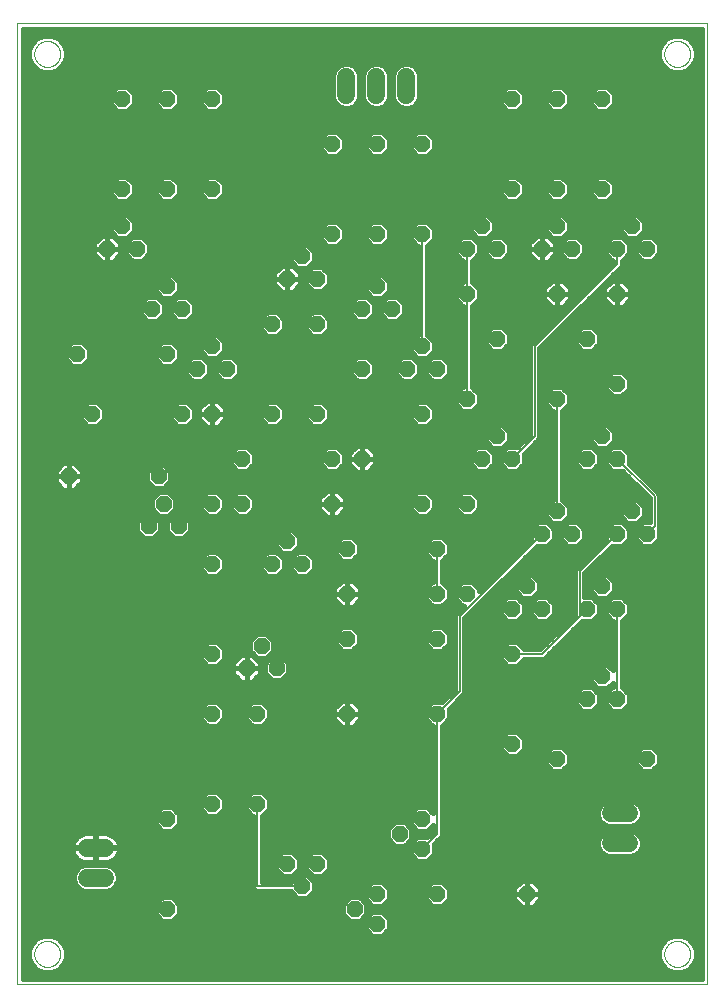
<source format=gbl>
G75*
%MOIN*%
%OFA0B0*%
%FSLAX25Y25*%
%IPPOS*%
%LPD*%
%AMOC8*
5,1,8,0,0,1.08239X$1,22.5*
%
%ADD10C,0.00000*%
%ADD11OC8,0.05200*%
%ADD12C,0.06000*%
%ADD13C,0.01600*%
%ADD14C,0.00500*%
D10*
X0007700Y0006850D02*
X0007700Y0327051D01*
X0237621Y0327051D01*
X0237615Y0327050D02*
X0237615Y0006845D01*
X0237621Y0006850D02*
X0007700Y0006850D01*
X0013369Y0016850D02*
X0013371Y0016981D01*
X0013377Y0017113D01*
X0013387Y0017244D01*
X0013401Y0017375D01*
X0013419Y0017505D01*
X0013441Y0017634D01*
X0013466Y0017763D01*
X0013496Y0017891D01*
X0013530Y0018018D01*
X0013567Y0018145D01*
X0013608Y0018269D01*
X0013653Y0018393D01*
X0013702Y0018515D01*
X0013754Y0018636D01*
X0013810Y0018754D01*
X0013870Y0018872D01*
X0013933Y0018987D01*
X0014000Y0019100D01*
X0014070Y0019212D01*
X0014143Y0019321D01*
X0014219Y0019427D01*
X0014299Y0019532D01*
X0014382Y0019634D01*
X0014468Y0019733D01*
X0014557Y0019830D01*
X0014649Y0019924D01*
X0014744Y0020015D01*
X0014841Y0020104D01*
X0014941Y0020189D01*
X0015044Y0020271D01*
X0015149Y0020350D01*
X0015256Y0020426D01*
X0015366Y0020498D01*
X0015478Y0020567D01*
X0015592Y0020633D01*
X0015707Y0020695D01*
X0015825Y0020754D01*
X0015944Y0020809D01*
X0016065Y0020861D01*
X0016188Y0020908D01*
X0016312Y0020952D01*
X0016437Y0020993D01*
X0016563Y0021029D01*
X0016691Y0021062D01*
X0016819Y0021090D01*
X0016948Y0021115D01*
X0017078Y0021136D01*
X0017208Y0021153D01*
X0017339Y0021166D01*
X0017470Y0021175D01*
X0017601Y0021180D01*
X0017733Y0021181D01*
X0017864Y0021178D01*
X0017996Y0021171D01*
X0018127Y0021160D01*
X0018257Y0021145D01*
X0018387Y0021126D01*
X0018517Y0021103D01*
X0018645Y0021077D01*
X0018773Y0021046D01*
X0018900Y0021011D01*
X0019026Y0020973D01*
X0019150Y0020931D01*
X0019274Y0020885D01*
X0019395Y0020835D01*
X0019515Y0020782D01*
X0019634Y0020725D01*
X0019751Y0020665D01*
X0019865Y0020601D01*
X0019978Y0020533D01*
X0020089Y0020462D01*
X0020198Y0020388D01*
X0020304Y0020311D01*
X0020408Y0020230D01*
X0020509Y0020147D01*
X0020608Y0020060D01*
X0020704Y0019970D01*
X0020797Y0019877D01*
X0020888Y0019782D01*
X0020975Y0019684D01*
X0021060Y0019583D01*
X0021141Y0019480D01*
X0021219Y0019374D01*
X0021294Y0019266D01*
X0021366Y0019156D01*
X0021434Y0019044D01*
X0021499Y0018930D01*
X0021560Y0018813D01*
X0021618Y0018695D01*
X0021672Y0018575D01*
X0021723Y0018454D01*
X0021770Y0018331D01*
X0021813Y0018207D01*
X0021852Y0018082D01*
X0021888Y0017955D01*
X0021919Y0017827D01*
X0021947Y0017699D01*
X0021971Y0017570D01*
X0021991Y0017440D01*
X0022007Y0017309D01*
X0022019Y0017178D01*
X0022027Y0017047D01*
X0022031Y0016916D01*
X0022031Y0016784D01*
X0022027Y0016653D01*
X0022019Y0016522D01*
X0022007Y0016391D01*
X0021991Y0016260D01*
X0021971Y0016130D01*
X0021947Y0016001D01*
X0021919Y0015873D01*
X0021888Y0015745D01*
X0021852Y0015618D01*
X0021813Y0015493D01*
X0021770Y0015369D01*
X0021723Y0015246D01*
X0021672Y0015125D01*
X0021618Y0015005D01*
X0021560Y0014887D01*
X0021499Y0014770D01*
X0021434Y0014656D01*
X0021366Y0014544D01*
X0021294Y0014434D01*
X0021219Y0014326D01*
X0021141Y0014220D01*
X0021060Y0014117D01*
X0020975Y0014016D01*
X0020888Y0013918D01*
X0020797Y0013823D01*
X0020704Y0013730D01*
X0020608Y0013640D01*
X0020509Y0013553D01*
X0020408Y0013470D01*
X0020304Y0013389D01*
X0020198Y0013312D01*
X0020089Y0013238D01*
X0019978Y0013167D01*
X0019866Y0013099D01*
X0019751Y0013035D01*
X0019634Y0012975D01*
X0019515Y0012918D01*
X0019395Y0012865D01*
X0019274Y0012815D01*
X0019150Y0012769D01*
X0019026Y0012727D01*
X0018900Y0012689D01*
X0018773Y0012654D01*
X0018645Y0012623D01*
X0018517Y0012597D01*
X0018387Y0012574D01*
X0018257Y0012555D01*
X0018127Y0012540D01*
X0017996Y0012529D01*
X0017864Y0012522D01*
X0017733Y0012519D01*
X0017601Y0012520D01*
X0017470Y0012525D01*
X0017339Y0012534D01*
X0017208Y0012547D01*
X0017078Y0012564D01*
X0016948Y0012585D01*
X0016819Y0012610D01*
X0016691Y0012638D01*
X0016563Y0012671D01*
X0016437Y0012707D01*
X0016312Y0012748D01*
X0016188Y0012792D01*
X0016065Y0012839D01*
X0015944Y0012891D01*
X0015825Y0012946D01*
X0015707Y0013005D01*
X0015592Y0013067D01*
X0015478Y0013133D01*
X0015366Y0013202D01*
X0015256Y0013274D01*
X0015149Y0013350D01*
X0015044Y0013429D01*
X0014941Y0013511D01*
X0014841Y0013596D01*
X0014744Y0013685D01*
X0014649Y0013776D01*
X0014557Y0013870D01*
X0014468Y0013967D01*
X0014382Y0014066D01*
X0014299Y0014168D01*
X0014219Y0014273D01*
X0014143Y0014379D01*
X0014070Y0014488D01*
X0014000Y0014600D01*
X0013933Y0014713D01*
X0013870Y0014828D01*
X0013810Y0014946D01*
X0013754Y0015064D01*
X0013702Y0015185D01*
X0013653Y0015307D01*
X0013608Y0015431D01*
X0013567Y0015555D01*
X0013530Y0015682D01*
X0013496Y0015809D01*
X0013466Y0015937D01*
X0013441Y0016066D01*
X0013419Y0016195D01*
X0013401Y0016325D01*
X0013387Y0016456D01*
X0013377Y0016587D01*
X0013371Y0016719D01*
X0013369Y0016850D01*
X0223369Y0016850D02*
X0223371Y0016981D01*
X0223377Y0017113D01*
X0223387Y0017244D01*
X0223401Y0017375D01*
X0223419Y0017505D01*
X0223441Y0017634D01*
X0223466Y0017763D01*
X0223496Y0017891D01*
X0223530Y0018018D01*
X0223567Y0018145D01*
X0223608Y0018269D01*
X0223653Y0018393D01*
X0223702Y0018515D01*
X0223754Y0018636D01*
X0223810Y0018754D01*
X0223870Y0018872D01*
X0223933Y0018987D01*
X0224000Y0019100D01*
X0224070Y0019212D01*
X0224143Y0019321D01*
X0224219Y0019427D01*
X0224299Y0019532D01*
X0224382Y0019634D01*
X0224468Y0019733D01*
X0224557Y0019830D01*
X0224649Y0019924D01*
X0224744Y0020015D01*
X0224841Y0020104D01*
X0224941Y0020189D01*
X0225044Y0020271D01*
X0225149Y0020350D01*
X0225256Y0020426D01*
X0225366Y0020498D01*
X0225478Y0020567D01*
X0225592Y0020633D01*
X0225707Y0020695D01*
X0225825Y0020754D01*
X0225944Y0020809D01*
X0226065Y0020861D01*
X0226188Y0020908D01*
X0226312Y0020952D01*
X0226437Y0020993D01*
X0226563Y0021029D01*
X0226691Y0021062D01*
X0226819Y0021090D01*
X0226948Y0021115D01*
X0227078Y0021136D01*
X0227208Y0021153D01*
X0227339Y0021166D01*
X0227470Y0021175D01*
X0227601Y0021180D01*
X0227733Y0021181D01*
X0227864Y0021178D01*
X0227996Y0021171D01*
X0228127Y0021160D01*
X0228257Y0021145D01*
X0228387Y0021126D01*
X0228517Y0021103D01*
X0228645Y0021077D01*
X0228773Y0021046D01*
X0228900Y0021011D01*
X0229026Y0020973D01*
X0229150Y0020931D01*
X0229274Y0020885D01*
X0229395Y0020835D01*
X0229515Y0020782D01*
X0229634Y0020725D01*
X0229751Y0020665D01*
X0229865Y0020601D01*
X0229978Y0020533D01*
X0230089Y0020462D01*
X0230198Y0020388D01*
X0230304Y0020311D01*
X0230408Y0020230D01*
X0230509Y0020147D01*
X0230608Y0020060D01*
X0230704Y0019970D01*
X0230797Y0019877D01*
X0230888Y0019782D01*
X0230975Y0019684D01*
X0231060Y0019583D01*
X0231141Y0019480D01*
X0231219Y0019374D01*
X0231294Y0019266D01*
X0231366Y0019156D01*
X0231434Y0019044D01*
X0231499Y0018930D01*
X0231560Y0018813D01*
X0231618Y0018695D01*
X0231672Y0018575D01*
X0231723Y0018454D01*
X0231770Y0018331D01*
X0231813Y0018207D01*
X0231852Y0018082D01*
X0231888Y0017955D01*
X0231919Y0017827D01*
X0231947Y0017699D01*
X0231971Y0017570D01*
X0231991Y0017440D01*
X0232007Y0017309D01*
X0232019Y0017178D01*
X0232027Y0017047D01*
X0232031Y0016916D01*
X0232031Y0016784D01*
X0232027Y0016653D01*
X0232019Y0016522D01*
X0232007Y0016391D01*
X0231991Y0016260D01*
X0231971Y0016130D01*
X0231947Y0016001D01*
X0231919Y0015873D01*
X0231888Y0015745D01*
X0231852Y0015618D01*
X0231813Y0015493D01*
X0231770Y0015369D01*
X0231723Y0015246D01*
X0231672Y0015125D01*
X0231618Y0015005D01*
X0231560Y0014887D01*
X0231499Y0014770D01*
X0231434Y0014656D01*
X0231366Y0014544D01*
X0231294Y0014434D01*
X0231219Y0014326D01*
X0231141Y0014220D01*
X0231060Y0014117D01*
X0230975Y0014016D01*
X0230888Y0013918D01*
X0230797Y0013823D01*
X0230704Y0013730D01*
X0230608Y0013640D01*
X0230509Y0013553D01*
X0230408Y0013470D01*
X0230304Y0013389D01*
X0230198Y0013312D01*
X0230089Y0013238D01*
X0229978Y0013167D01*
X0229866Y0013099D01*
X0229751Y0013035D01*
X0229634Y0012975D01*
X0229515Y0012918D01*
X0229395Y0012865D01*
X0229274Y0012815D01*
X0229150Y0012769D01*
X0229026Y0012727D01*
X0228900Y0012689D01*
X0228773Y0012654D01*
X0228645Y0012623D01*
X0228517Y0012597D01*
X0228387Y0012574D01*
X0228257Y0012555D01*
X0228127Y0012540D01*
X0227996Y0012529D01*
X0227864Y0012522D01*
X0227733Y0012519D01*
X0227601Y0012520D01*
X0227470Y0012525D01*
X0227339Y0012534D01*
X0227208Y0012547D01*
X0227078Y0012564D01*
X0226948Y0012585D01*
X0226819Y0012610D01*
X0226691Y0012638D01*
X0226563Y0012671D01*
X0226437Y0012707D01*
X0226312Y0012748D01*
X0226188Y0012792D01*
X0226065Y0012839D01*
X0225944Y0012891D01*
X0225825Y0012946D01*
X0225707Y0013005D01*
X0225592Y0013067D01*
X0225478Y0013133D01*
X0225366Y0013202D01*
X0225256Y0013274D01*
X0225149Y0013350D01*
X0225044Y0013429D01*
X0224941Y0013511D01*
X0224841Y0013596D01*
X0224744Y0013685D01*
X0224649Y0013776D01*
X0224557Y0013870D01*
X0224468Y0013967D01*
X0224382Y0014066D01*
X0224299Y0014168D01*
X0224219Y0014273D01*
X0224143Y0014379D01*
X0224070Y0014488D01*
X0224000Y0014600D01*
X0223933Y0014713D01*
X0223870Y0014828D01*
X0223810Y0014946D01*
X0223754Y0015064D01*
X0223702Y0015185D01*
X0223653Y0015307D01*
X0223608Y0015431D01*
X0223567Y0015555D01*
X0223530Y0015682D01*
X0223496Y0015809D01*
X0223466Y0015937D01*
X0223441Y0016066D01*
X0223419Y0016195D01*
X0223401Y0016325D01*
X0223387Y0016456D01*
X0223377Y0016587D01*
X0223371Y0016719D01*
X0223369Y0016850D01*
X0223369Y0316850D02*
X0223371Y0316981D01*
X0223377Y0317113D01*
X0223387Y0317244D01*
X0223401Y0317375D01*
X0223419Y0317505D01*
X0223441Y0317634D01*
X0223466Y0317763D01*
X0223496Y0317891D01*
X0223530Y0318018D01*
X0223567Y0318145D01*
X0223608Y0318269D01*
X0223653Y0318393D01*
X0223702Y0318515D01*
X0223754Y0318636D01*
X0223810Y0318754D01*
X0223870Y0318872D01*
X0223933Y0318987D01*
X0224000Y0319100D01*
X0224070Y0319212D01*
X0224143Y0319321D01*
X0224219Y0319427D01*
X0224299Y0319532D01*
X0224382Y0319634D01*
X0224468Y0319733D01*
X0224557Y0319830D01*
X0224649Y0319924D01*
X0224744Y0320015D01*
X0224841Y0320104D01*
X0224941Y0320189D01*
X0225044Y0320271D01*
X0225149Y0320350D01*
X0225256Y0320426D01*
X0225366Y0320498D01*
X0225478Y0320567D01*
X0225592Y0320633D01*
X0225707Y0320695D01*
X0225825Y0320754D01*
X0225944Y0320809D01*
X0226065Y0320861D01*
X0226188Y0320908D01*
X0226312Y0320952D01*
X0226437Y0320993D01*
X0226563Y0321029D01*
X0226691Y0321062D01*
X0226819Y0321090D01*
X0226948Y0321115D01*
X0227078Y0321136D01*
X0227208Y0321153D01*
X0227339Y0321166D01*
X0227470Y0321175D01*
X0227601Y0321180D01*
X0227733Y0321181D01*
X0227864Y0321178D01*
X0227996Y0321171D01*
X0228127Y0321160D01*
X0228257Y0321145D01*
X0228387Y0321126D01*
X0228517Y0321103D01*
X0228645Y0321077D01*
X0228773Y0321046D01*
X0228900Y0321011D01*
X0229026Y0320973D01*
X0229150Y0320931D01*
X0229274Y0320885D01*
X0229395Y0320835D01*
X0229515Y0320782D01*
X0229634Y0320725D01*
X0229751Y0320665D01*
X0229865Y0320601D01*
X0229978Y0320533D01*
X0230089Y0320462D01*
X0230198Y0320388D01*
X0230304Y0320311D01*
X0230408Y0320230D01*
X0230509Y0320147D01*
X0230608Y0320060D01*
X0230704Y0319970D01*
X0230797Y0319877D01*
X0230888Y0319782D01*
X0230975Y0319684D01*
X0231060Y0319583D01*
X0231141Y0319480D01*
X0231219Y0319374D01*
X0231294Y0319266D01*
X0231366Y0319156D01*
X0231434Y0319044D01*
X0231499Y0318930D01*
X0231560Y0318813D01*
X0231618Y0318695D01*
X0231672Y0318575D01*
X0231723Y0318454D01*
X0231770Y0318331D01*
X0231813Y0318207D01*
X0231852Y0318082D01*
X0231888Y0317955D01*
X0231919Y0317827D01*
X0231947Y0317699D01*
X0231971Y0317570D01*
X0231991Y0317440D01*
X0232007Y0317309D01*
X0232019Y0317178D01*
X0232027Y0317047D01*
X0232031Y0316916D01*
X0232031Y0316784D01*
X0232027Y0316653D01*
X0232019Y0316522D01*
X0232007Y0316391D01*
X0231991Y0316260D01*
X0231971Y0316130D01*
X0231947Y0316001D01*
X0231919Y0315873D01*
X0231888Y0315745D01*
X0231852Y0315618D01*
X0231813Y0315493D01*
X0231770Y0315369D01*
X0231723Y0315246D01*
X0231672Y0315125D01*
X0231618Y0315005D01*
X0231560Y0314887D01*
X0231499Y0314770D01*
X0231434Y0314656D01*
X0231366Y0314544D01*
X0231294Y0314434D01*
X0231219Y0314326D01*
X0231141Y0314220D01*
X0231060Y0314117D01*
X0230975Y0314016D01*
X0230888Y0313918D01*
X0230797Y0313823D01*
X0230704Y0313730D01*
X0230608Y0313640D01*
X0230509Y0313553D01*
X0230408Y0313470D01*
X0230304Y0313389D01*
X0230198Y0313312D01*
X0230089Y0313238D01*
X0229978Y0313167D01*
X0229866Y0313099D01*
X0229751Y0313035D01*
X0229634Y0312975D01*
X0229515Y0312918D01*
X0229395Y0312865D01*
X0229274Y0312815D01*
X0229150Y0312769D01*
X0229026Y0312727D01*
X0228900Y0312689D01*
X0228773Y0312654D01*
X0228645Y0312623D01*
X0228517Y0312597D01*
X0228387Y0312574D01*
X0228257Y0312555D01*
X0228127Y0312540D01*
X0227996Y0312529D01*
X0227864Y0312522D01*
X0227733Y0312519D01*
X0227601Y0312520D01*
X0227470Y0312525D01*
X0227339Y0312534D01*
X0227208Y0312547D01*
X0227078Y0312564D01*
X0226948Y0312585D01*
X0226819Y0312610D01*
X0226691Y0312638D01*
X0226563Y0312671D01*
X0226437Y0312707D01*
X0226312Y0312748D01*
X0226188Y0312792D01*
X0226065Y0312839D01*
X0225944Y0312891D01*
X0225825Y0312946D01*
X0225707Y0313005D01*
X0225592Y0313067D01*
X0225478Y0313133D01*
X0225366Y0313202D01*
X0225256Y0313274D01*
X0225149Y0313350D01*
X0225044Y0313429D01*
X0224941Y0313511D01*
X0224841Y0313596D01*
X0224744Y0313685D01*
X0224649Y0313776D01*
X0224557Y0313870D01*
X0224468Y0313967D01*
X0224382Y0314066D01*
X0224299Y0314168D01*
X0224219Y0314273D01*
X0224143Y0314379D01*
X0224070Y0314488D01*
X0224000Y0314600D01*
X0223933Y0314713D01*
X0223870Y0314828D01*
X0223810Y0314946D01*
X0223754Y0315064D01*
X0223702Y0315185D01*
X0223653Y0315307D01*
X0223608Y0315431D01*
X0223567Y0315555D01*
X0223530Y0315682D01*
X0223496Y0315809D01*
X0223466Y0315937D01*
X0223441Y0316066D01*
X0223419Y0316195D01*
X0223401Y0316325D01*
X0223387Y0316456D01*
X0223377Y0316587D01*
X0223371Y0316719D01*
X0223369Y0316850D01*
X0013369Y0316850D02*
X0013371Y0316981D01*
X0013377Y0317113D01*
X0013387Y0317244D01*
X0013401Y0317375D01*
X0013419Y0317505D01*
X0013441Y0317634D01*
X0013466Y0317763D01*
X0013496Y0317891D01*
X0013530Y0318018D01*
X0013567Y0318145D01*
X0013608Y0318269D01*
X0013653Y0318393D01*
X0013702Y0318515D01*
X0013754Y0318636D01*
X0013810Y0318754D01*
X0013870Y0318872D01*
X0013933Y0318987D01*
X0014000Y0319100D01*
X0014070Y0319212D01*
X0014143Y0319321D01*
X0014219Y0319427D01*
X0014299Y0319532D01*
X0014382Y0319634D01*
X0014468Y0319733D01*
X0014557Y0319830D01*
X0014649Y0319924D01*
X0014744Y0320015D01*
X0014841Y0320104D01*
X0014941Y0320189D01*
X0015044Y0320271D01*
X0015149Y0320350D01*
X0015256Y0320426D01*
X0015366Y0320498D01*
X0015478Y0320567D01*
X0015592Y0320633D01*
X0015707Y0320695D01*
X0015825Y0320754D01*
X0015944Y0320809D01*
X0016065Y0320861D01*
X0016188Y0320908D01*
X0016312Y0320952D01*
X0016437Y0320993D01*
X0016563Y0321029D01*
X0016691Y0321062D01*
X0016819Y0321090D01*
X0016948Y0321115D01*
X0017078Y0321136D01*
X0017208Y0321153D01*
X0017339Y0321166D01*
X0017470Y0321175D01*
X0017601Y0321180D01*
X0017733Y0321181D01*
X0017864Y0321178D01*
X0017996Y0321171D01*
X0018127Y0321160D01*
X0018257Y0321145D01*
X0018387Y0321126D01*
X0018517Y0321103D01*
X0018645Y0321077D01*
X0018773Y0321046D01*
X0018900Y0321011D01*
X0019026Y0320973D01*
X0019150Y0320931D01*
X0019274Y0320885D01*
X0019395Y0320835D01*
X0019515Y0320782D01*
X0019634Y0320725D01*
X0019751Y0320665D01*
X0019865Y0320601D01*
X0019978Y0320533D01*
X0020089Y0320462D01*
X0020198Y0320388D01*
X0020304Y0320311D01*
X0020408Y0320230D01*
X0020509Y0320147D01*
X0020608Y0320060D01*
X0020704Y0319970D01*
X0020797Y0319877D01*
X0020888Y0319782D01*
X0020975Y0319684D01*
X0021060Y0319583D01*
X0021141Y0319480D01*
X0021219Y0319374D01*
X0021294Y0319266D01*
X0021366Y0319156D01*
X0021434Y0319044D01*
X0021499Y0318930D01*
X0021560Y0318813D01*
X0021618Y0318695D01*
X0021672Y0318575D01*
X0021723Y0318454D01*
X0021770Y0318331D01*
X0021813Y0318207D01*
X0021852Y0318082D01*
X0021888Y0317955D01*
X0021919Y0317827D01*
X0021947Y0317699D01*
X0021971Y0317570D01*
X0021991Y0317440D01*
X0022007Y0317309D01*
X0022019Y0317178D01*
X0022027Y0317047D01*
X0022031Y0316916D01*
X0022031Y0316784D01*
X0022027Y0316653D01*
X0022019Y0316522D01*
X0022007Y0316391D01*
X0021991Y0316260D01*
X0021971Y0316130D01*
X0021947Y0316001D01*
X0021919Y0315873D01*
X0021888Y0315745D01*
X0021852Y0315618D01*
X0021813Y0315493D01*
X0021770Y0315369D01*
X0021723Y0315246D01*
X0021672Y0315125D01*
X0021618Y0315005D01*
X0021560Y0314887D01*
X0021499Y0314770D01*
X0021434Y0314656D01*
X0021366Y0314544D01*
X0021294Y0314434D01*
X0021219Y0314326D01*
X0021141Y0314220D01*
X0021060Y0314117D01*
X0020975Y0314016D01*
X0020888Y0313918D01*
X0020797Y0313823D01*
X0020704Y0313730D01*
X0020608Y0313640D01*
X0020509Y0313553D01*
X0020408Y0313470D01*
X0020304Y0313389D01*
X0020198Y0313312D01*
X0020089Y0313238D01*
X0019978Y0313167D01*
X0019866Y0313099D01*
X0019751Y0313035D01*
X0019634Y0312975D01*
X0019515Y0312918D01*
X0019395Y0312865D01*
X0019274Y0312815D01*
X0019150Y0312769D01*
X0019026Y0312727D01*
X0018900Y0312689D01*
X0018773Y0312654D01*
X0018645Y0312623D01*
X0018517Y0312597D01*
X0018387Y0312574D01*
X0018257Y0312555D01*
X0018127Y0312540D01*
X0017996Y0312529D01*
X0017864Y0312522D01*
X0017733Y0312519D01*
X0017601Y0312520D01*
X0017470Y0312525D01*
X0017339Y0312534D01*
X0017208Y0312547D01*
X0017078Y0312564D01*
X0016948Y0312585D01*
X0016819Y0312610D01*
X0016691Y0312638D01*
X0016563Y0312671D01*
X0016437Y0312707D01*
X0016312Y0312748D01*
X0016188Y0312792D01*
X0016065Y0312839D01*
X0015944Y0312891D01*
X0015825Y0312946D01*
X0015707Y0313005D01*
X0015592Y0313067D01*
X0015478Y0313133D01*
X0015366Y0313202D01*
X0015256Y0313274D01*
X0015149Y0313350D01*
X0015044Y0313429D01*
X0014941Y0313511D01*
X0014841Y0313596D01*
X0014744Y0313685D01*
X0014649Y0313776D01*
X0014557Y0313870D01*
X0014468Y0313967D01*
X0014382Y0314066D01*
X0014299Y0314168D01*
X0014219Y0314273D01*
X0014143Y0314379D01*
X0014070Y0314488D01*
X0014000Y0314600D01*
X0013933Y0314713D01*
X0013870Y0314828D01*
X0013810Y0314946D01*
X0013754Y0315064D01*
X0013702Y0315185D01*
X0013653Y0315307D01*
X0013608Y0315431D01*
X0013567Y0315555D01*
X0013530Y0315682D01*
X0013496Y0315809D01*
X0013466Y0315937D01*
X0013441Y0316066D01*
X0013419Y0316195D01*
X0013401Y0316325D01*
X0013387Y0316456D01*
X0013377Y0316587D01*
X0013371Y0316719D01*
X0013369Y0316850D01*
D11*
X0042700Y0301850D03*
X0057700Y0301850D03*
X0072700Y0301850D03*
X0072700Y0271850D03*
X0057700Y0271850D03*
X0042700Y0271850D03*
X0042700Y0259350D03*
X0037700Y0251850D03*
X0047700Y0251850D03*
X0057700Y0239350D03*
X0052700Y0231850D03*
X0062700Y0231850D03*
X0072700Y0219350D03*
X0067700Y0211850D03*
X0077700Y0211850D03*
X0072700Y0196850D03*
X0062700Y0196850D03*
X0057700Y0216850D03*
X0032700Y0196850D03*
X0027700Y0216850D03*
X0024875Y0176045D03*
X0051485Y0159360D03*
X0056485Y0166860D03*
X0061485Y0159360D03*
X0072700Y0166850D03*
X0082700Y0166850D03*
X0082700Y0181850D03*
X0092700Y0196850D03*
X0107700Y0196850D03*
X0112700Y0181850D03*
X0122700Y0181850D03*
X0112700Y0166850D03*
X0117700Y0151850D03*
X0117700Y0136850D03*
X0117700Y0121850D03*
X0102700Y0146850D03*
X0097700Y0154350D03*
X0092700Y0146850D03*
X0072700Y0146850D03*
X0089155Y0119565D03*
X0084155Y0112065D03*
X0094155Y0112065D03*
X0087700Y0096850D03*
X0072700Y0096850D03*
X0072700Y0116850D03*
X0072700Y0066850D03*
X0087700Y0066850D03*
X0097700Y0046850D03*
X0102700Y0039350D03*
X0107700Y0046850D03*
X0120200Y0031850D03*
X0127700Y0026850D03*
X0127700Y0036850D03*
X0142700Y0051850D03*
X0135200Y0056850D03*
X0142700Y0061850D03*
X0147700Y0036850D03*
X0177700Y0036850D03*
X0187700Y0081850D03*
X0172700Y0086850D03*
X0172700Y0116850D03*
X0172700Y0131850D03*
X0177700Y0139350D03*
X0182700Y0131850D03*
X0197700Y0131850D03*
X0202700Y0139350D03*
X0207700Y0131850D03*
X0202700Y0109350D03*
X0197700Y0101850D03*
X0207700Y0101850D03*
X0217700Y0081850D03*
X0217700Y0156850D03*
X0212700Y0164350D03*
X0207700Y0156850D03*
X0192700Y0156850D03*
X0187700Y0164350D03*
X0182700Y0156850D03*
X0172700Y0181850D03*
X0167700Y0189350D03*
X0162700Y0181850D03*
X0157700Y0166850D03*
X0147700Y0151850D03*
X0142700Y0166850D03*
X0142700Y0196850D03*
X0137700Y0211850D03*
X0142700Y0219350D03*
X0147700Y0211850D03*
X0157700Y0201850D03*
X0167700Y0221850D03*
X0157700Y0236850D03*
X0157700Y0251850D03*
X0162700Y0259350D03*
X0167700Y0251850D03*
X0182700Y0251850D03*
X0187700Y0259350D03*
X0192700Y0251850D03*
X0187700Y0236850D03*
X0197700Y0221850D03*
X0207700Y0236850D03*
X0207700Y0251850D03*
X0212700Y0259350D03*
X0217700Y0251850D03*
X0202700Y0271850D03*
X0187700Y0271850D03*
X0172700Y0271850D03*
X0172700Y0301850D03*
X0187700Y0301850D03*
X0202700Y0301850D03*
X0142700Y0286850D03*
X0127700Y0286850D03*
X0112700Y0286850D03*
X0112700Y0256850D03*
X0107700Y0241850D03*
X0102700Y0249350D03*
X0097700Y0241850D03*
X0092700Y0226850D03*
X0107700Y0226850D03*
X0122700Y0231850D03*
X0127700Y0239350D03*
X0132700Y0231850D03*
X0122700Y0211850D03*
X0127700Y0256850D03*
X0142700Y0256850D03*
X0187700Y0201850D03*
X0202700Y0189350D03*
X0197700Y0181850D03*
X0207700Y0181850D03*
X0207700Y0206850D03*
X0157700Y0136850D03*
X0147700Y0136850D03*
X0147700Y0121850D03*
X0147700Y0096850D03*
X0117700Y0096850D03*
X0057700Y0061850D03*
X0057700Y0031850D03*
X0054875Y0176045D03*
D12*
X0036885Y0052210D02*
X0030885Y0052210D01*
X0030885Y0042210D02*
X0036885Y0042210D01*
X0205590Y0053685D02*
X0211590Y0053685D01*
X0211590Y0063685D02*
X0205590Y0063685D01*
X0137350Y0303155D02*
X0137350Y0309155D01*
X0127350Y0309155D02*
X0127350Y0303155D01*
X0117350Y0303155D02*
X0117350Y0309155D01*
D13*
X0114205Y0312091D02*
X0021611Y0312091D01*
X0021173Y0311653D02*
X0022897Y0313377D01*
X0023831Y0315631D01*
X0023831Y0318069D01*
X0022897Y0320323D01*
X0021173Y0322047D01*
X0018919Y0322981D01*
X0016481Y0322981D01*
X0014227Y0322047D01*
X0012503Y0320323D01*
X0011569Y0318069D01*
X0011569Y0315631D01*
X0012503Y0313377D01*
X0014227Y0311653D01*
X0016481Y0310719D01*
X0018919Y0310719D01*
X0021173Y0311653D01*
X0023027Y0313690D02*
X0222373Y0313690D01*
X0222503Y0313377D02*
X0224227Y0311653D01*
X0226481Y0310719D01*
X0228919Y0310719D01*
X0231173Y0311653D01*
X0232897Y0313377D01*
X0233831Y0315631D01*
X0233831Y0318069D01*
X0232897Y0320323D01*
X0231173Y0322047D01*
X0228919Y0322981D01*
X0226481Y0322981D01*
X0224227Y0322047D01*
X0222503Y0320323D01*
X0221569Y0318069D01*
X0221569Y0315631D01*
X0222503Y0313377D01*
X0223789Y0312091D02*
X0140495Y0312091D01*
X0140995Y0311591D02*
X0139786Y0312800D01*
X0138205Y0313455D01*
X0136495Y0313455D01*
X0134914Y0312800D01*
X0133705Y0311591D01*
X0133050Y0310010D01*
X0133050Y0302300D01*
X0133705Y0300719D01*
X0134914Y0299510D01*
X0136495Y0298855D01*
X0138205Y0298855D01*
X0139786Y0299510D01*
X0140995Y0300719D01*
X0141650Y0302300D01*
X0141650Y0310010D01*
X0140995Y0311591D01*
X0141450Y0310493D02*
X0235815Y0310493D01*
X0235815Y0312091D02*
X0231611Y0312091D01*
X0233027Y0313690D02*
X0235815Y0313690D01*
X0235815Y0315288D02*
X0233689Y0315288D01*
X0233831Y0316887D02*
X0235815Y0316887D01*
X0235815Y0318485D02*
X0233658Y0318485D01*
X0232996Y0320084D02*
X0235815Y0320084D01*
X0235815Y0321682D02*
X0231538Y0321682D01*
X0235815Y0323281D02*
X0009500Y0323281D01*
X0009500Y0324879D02*
X0235815Y0324879D01*
X0235815Y0325251D02*
X0235815Y0008650D01*
X0009500Y0008650D01*
X0009500Y0325251D01*
X0235815Y0325251D01*
X0223862Y0321682D02*
X0021538Y0321682D01*
X0022996Y0320084D02*
X0222404Y0320084D01*
X0221742Y0318485D02*
X0023658Y0318485D01*
X0023831Y0316887D02*
X0221569Y0316887D01*
X0221711Y0315288D02*
X0023689Y0315288D01*
X0013789Y0312091D02*
X0009500Y0312091D01*
X0009500Y0310493D02*
X0113250Y0310493D01*
X0113050Y0310010D02*
X0113705Y0311591D01*
X0114914Y0312800D01*
X0116495Y0313455D01*
X0118205Y0313455D01*
X0119786Y0312800D01*
X0120995Y0311591D01*
X0121650Y0310010D01*
X0121650Y0302300D01*
X0120995Y0300719D01*
X0119786Y0299510D01*
X0118205Y0298855D01*
X0116495Y0298855D01*
X0114914Y0299510D01*
X0113705Y0300719D01*
X0113050Y0302300D01*
X0113050Y0310010D01*
X0113050Y0308894D02*
X0009500Y0308894D01*
X0009500Y0307296D02*
X0113050Y0307296D01*
X0113050Y0305697D02*
X0074368Y0305697D01*
X0074315Y0305750D02*
X0071085Y0305750D01*
X0068800Y0303465D01*
X0068800Y0300235D01*
X0071085Y0297950D01*
X0074315Y0297950D01*
X0076600Y0300235D01*
X0076600Y0303465D01*
X0074315Y0305750D01*
X0075967Y0304099D02*
X0113050Y0304099D01*
X0113050Y0302500D02*
X0076600Y0302500D01*
X0076600Y0300902D02*
X0113629Y0300902D01*
X0115413Y0299303D02*
X0075669Y0299303D01*
X0069731Y0299303D02*
X0060669Y0299303D01*
X0061600Y0300235D02*
X0059315Y0297950D01*
X0056085Y0297950D01*
X0053800Y0300235D01*
X0053800Y0303465D01*
X0056085Y0305750D01*
X0059315Y0305750D01*
X0061600Y0303465D01*
X0061600Y0300235D01*
X0061600Y0300902D02*
X0068800Y0300902D01*
X0068800Y0302500D02*
X0061600Y0302500D01*
X0060967Y0304099D02*
X0069433Y0304099D01*
X0071032Y0305697D02*
X0059368Y0305697D01*
X0056032Y0305697D02*
X0044368Y0305697D01*
X0044315Y0305750D02*
X0041085Y0305750D01*
X0038800Y0303465D01*
X0038800Y0300235D01*
X0041085Y0297950D01*
X0044315Y0297950D01*
X0046600Y0300235D01*
X0046600Y0303465D01*
X0044315Y0305750D01*
X0045967Y0304099D02*
X0054433Y0304099D01*
X0053800Y0302500D02*
X0046600Y0302500D01*
X0046600Y0300902D02*
X0053800Y0300902D01*
X0054731Y0299303D02*
X0045669Y0299303D01*
X0039731Y0299303D02*
X0009500Y0299303D01*
X0009500Y0297705D02*
X0235815Y0297705D01*
X0235815Y0299303D02*
X0205669Y0299303D01*
X0206600Y0300235D02*
X0204315Y0297950D01*
X0201085Y0297950D01*
X0198800Y0300235D01*
X0198800Y0303465D01*
X0201085Y0305750D01*
X0204315Y0305750D01*
X0206600Y0303465D01*
X0206600Y0300235D01*
X0206600Y0300902D02*
X0235815Y0300902D01*
X0235815Y0302500D02*
X0206600Y0302500D01*
X0205967Y0304099D02*
X0235815Y0304099D01*
X0235815Y0305697D02*
X0204368Y0305697D01*
X0201032Y0305697D02*
X0189368Y0305697D01*
X0189315Y0305750D02*
X0186085Y0305750D01*
X0183800Y0303465D01*
X0183800Y0300235D01*
X0186085Y0297950D01*
X0189315Y0297950D01*
X0191600Y0300235D01*
X0191600Y0303465D01*
X0189315Y0305750D01*
X0190967Y0304099D02*
X0199433Y0304099D01*
X0198800Y0302500D02*
X0191600Y0302500D01*
X0191600Y0300902D02*
X0198800Y0300902D01*
X0199731Y0299303D02*
X0190669Y0299303D01*
X0184731Y0299303D02*
X0175669Y0299303D01*
X0176600Y0300235D02*
X0174315Y0297950D01*
X0171085Y0297950D01*
X0168800Y0300235D01*
X0168800Y0303465D01*
X0171085Y0305750D01*
X0174315Y0305750D01*
X0176600Y0303465D01*
X0176600Y0300235D01*
X0176600Y0300902D02*
X0183800Y0300902D01*
X0183800Y0302500D02*
X0176600Y0302500D01*
X0175967Y0304099D02*
X0184433Y0304099D01*
X0186032Y0305697D02*
X0174368Y0305697D01*
X0171032Y0305697D02*
X0141650Y0305697D01*
X0141650Y0304099D02*
X0169433Y0304099D01*
X0168800Y0302500D02*
X0141650Y0302500D01*
X0141071Y0300902D02*
X0168800Y0300902D01*
X0169731Y0299303D02*
X0139287Y0299303D01*
X0135413Y0299303D02*
X0129287Y0299303D01*
X0129786Y0299510D02*
X0130995Y0300719D01*
X0131650Y0302300D01*
X0131650Y0310010D01*
X0130995Y0311591D01*
X0129786Y0312800D01*
X0128205Y0313455D01*
X0126495Y0313455D01*
X0124914Y0312800D01*
X0123705Y0311591D01*
X0123050Y0310010D01*
X0123050Y0302300D01*
X0123705Y0300719D01*
X0124914Y0299510D01*
X0126495Y0298855D01*
X0128205Y0298855D01*
X0129786Y0299510D01*
X0131071Y0300902D02*
X0133629Y0300902D01*
X0133050Y0302500D02*
X0131650Y0302500D01*
X0131650Y0304099D02*
X0133050Y0304099D01*
X0133050Y0305697D02*
X0131650Y0305697D01*
X0131650Y0307296D02*
X0133050Y0307296D01*
X0133050Y0308894D02*
X0131650Y0308894D01*
X0131450Y0310493D02*
X0133250Y0310493D01*
X0134205Y0312091D02*
X0130495Y0312091D01*
X0124205Y0312091D02*
X0120495Y0312091D01*
X0121450Y0310493D02*
X0123250Y0310493D01*
X0123050Y0308894D02*
X0121650Y0308894D01*
X0121650Y0307296D02*
X0123050Y0307296D01*
X0123050Y0305697D02*
X0121650Y0305697D01*
X0121650Y0304099D02*
X0123050Y0304099D01*
X0123050Y0302500D02*
X0121650Y0302500D01*
X0121071Y0300902D02*
X0123629Y0300902D01*
X0125413Y0299303D02*
X0119287Y0299303D01*
X0114315Y0290750D02*
X0111085Y0290750D01*
X0108800Y0288465D01*
X0108800Y0285235D01*
X0111085Y0282950D01*
X0114315Y0282950D01*
X0116600Y0285235D01*
X0116600Y0288465D01*
X0114315Y0290750D01*
X0115353Y0289712D02*
X0125047Y0289712D01*
X0126085Y0290750D02*
X0123800Y0288465D01*
X0123800Y0285235D01*
X0126085Y0282950D01*
X0129315Y0282950D01*
X0131600Y0285235D01*
X0131600Y0288465D01*
X0129315Y0290750D01*
X0126085Y0290750D01*
X0123800Y0288114D02*
X0116600Y0288114D01*
X0116600Y0286515D02*
X0123800Y0286515D01*
X0124118Y0284917D02*
X0116282Y0284917D01*
X0114683Y0283318D02*
X0125717Y0283318D01*
X0129683Y0283318D02*
X0140717Y0283318D01*
X0141085Y0282950D02*
X0144315Y0282950D01*
X0146600Y0285235D01*
X0146600Y0288465D01*
X0144315Y0290750D01*
X0141085Y0290750D01*
X0138800Y0288465D01*
X0138800Y0285235D01*
X0141085Y0282950D01*
X0139118Y0284917D02*
X0131282Y0284917D01*
X0131600Y0286515D02*
X0138800Y0286515D01*
X0138800Y0288114D02*
X0131600Y0288114D01*
X0130353Y0289712D02*
X0140047Y0289712D01*
X0145353Y0289712D02*
X0235815Y0289712D01*
X0235815Y0288114D02*
X0146600Y0288114D01*
X0146600Y0286515D02*
X0235815Y0286515D01*
X0235815Y0284917D02*
X0146282Y0284917D01*
X0144683Y0283318D02*
X0235815Y0283318D01*
X0235815Y0281720D02*
X0009500Y0281720D01*
X0009500Y0283318D02*
X0110717Y0283318D01*
X0109118Y0284917D02*
X0009500Y0284917D01*
X0009500Y0286515D02*
X0108800Y0286515D01*
X0108800Y0288114D02*
X0009500Y0288114D01*
X0009500Y0289712D02*
X0110047Y0289712D01*
X0111085Y0260750D02*
X0108800Y0258465D01*
X0108800Y0255235D01*
X0111085Y0252950D01*
X0114315Y0252950D01*
X0116600Y0255235D01*
X0116600Y0258465D01*
X0114315Y0260750D01*
X0111085Y0260750D01*
X0109675Y0259340D02*
X0046600Y0259340D01*
X0046600Y0257742D02*
X0108800Y0257742D01*
X0108800Y0256143D02*
X0045009Y0256143D01*
X0044315Y0255450D02*
X0046600Y0257735D01*
X0046600Y0260965D01*
X0044315Y0263250D01*
X0041085Y0263250D01*
X0038800Y0260965D01*
X0038800Y0257735D01*
X0041085Y0255450D01*
X0044315Y0255450D01*
X0044879Y0254545D02*
X0041228Y0254545D01*
X0042100Y0253673D02*
X0039523Y0256250D01*
X0037700Y0256250D01*
X0037700Y0251850D01*
X0042100Y0251850D01*
X0042100Y0253673D01*
X0042100Y0252946D02*
X0043800Y0252946D01*
X0043800Y0253465D02*
X0043800Y0250235D01*
X0046085Y0247950D01*
X0049315Y0247950D01*
X0051600Y0250235D01*
X0051600Y0253465D01*
X0049315Y0255750D01*
X0046085Y0255750D01*
X0043800Y0253465D01*
X0043800Y0251348D02*
X0042100Y0251348D01*
X0042100Y0251850D02*
X0037700Y0251850D01*
X0037700Y0251850D01*
X0037700Y0251850D01*
X0037700Y0247450D01*
X0039523Y0247450D01*
X0042100Y0250027D01*
X0042100Y0251850D01*
X0041822Y0249749D02*
X0044285Y0249749D01*
X0045884Y0248151D02*
X0040223Y0248151D01*
X0037700Y0248151D02*
X0037700Y0248151D01*
X0037700Y0247450D02*
X0037700Y0251850D01*
X0037700Y0251850D01*
X0037700Y0251850D01*
X0033300Y0251850D01*
X0033300Y0253673D01*
X0035877Y0256250D01*
X0037700Y0256250D01*
X0037700Y0251850D01*
X0033300Y0251850D01*
X0033300Y0250027D01*
X0035877Y0247450D01*
X0037700Y0247450D01*
X0037700Y0249749D02*
X0037700Y0249749D01*
X0037700Y0251348D02*
X0037700Y0251348D01*
X0037700Y0252946D02*
X0037700Y0252946D01*
X0037700Y0254545D02*
X0037700Y0254545D01*
X0037700Y0256143D02*
X0037700Y0256143D01*
X0039629Y0256143D02*
X0040391Y0256143D01*
X0038800Y0257742D02*
X0009500Y0257742D01*
X0009500Y0259340D02*
X0038800Y0259340D01*
X0038800Y0260939D02*
X0009500Y0260939D01*
X0009500Y0262537D02*
X0040372Y0262537D01*
X0045028Y0262537D02*
X0160372Y0262537D01*
X0161085Y0263250D02*
X0158800Y0260965D01*
X0158800Y0257735D01*
X0161085Y0255450D01*
X0164315Y0255450D01*
X0166600Y0257735D01*
X0166600Y0260965D01*
X0164315Y0263250D01*
X0161085Y0263250D01*
X0158800Y0260939D02*
X0046600Y0260939D01*
X0044315Y0267950D02*
X0046600Y0270235D01*
X0046600Y0273465D01*
X0044315Y0275750D01*
X0041085Y0275750D01*
X0038800Y0273465D01*
X0038800Y0270235D01*
X0041085Y0267950D01*
X0044315Y0267950D01*
X0045297Y0268931D02*
X0055103Y0268931D01*
X0056085Y0267950D02*
X0059315Y0267950D01*
X0061600Y0270235D01*
X0061600Y0273465D01*
X0059315Y0275750D01*
X0056085Y0275750D01*
X0053800Y0273465D01*
X0053800Y0270235D01*
X0056085Y0267950D01*
X0053800Y0270530D02*
X0046600Y0270530D01*
X0046600Y0272128D02*
X0053800Y0272128D01*
X0054062Y0273727D02*
X0046338Y0273727D01*
X0044740Y0275325D02*
X0055660Y0275325D01*
X0059740Y0275325D02*
X0070660Y0275325D01*
X0071085Y0275750D02*
X0068800Y0273465D01*
X0068800Y0270235D01*
X0071085Y0267950D01*
X0074315Y0267950D01*
X0076600Y0270235D01*
X0076600Y0273465D01*
X0074315Y0275750D01*
X0071085Y0275750D01*
X0069062Y0273727D02*
X0061338Y0273727D01*
X0061600Y0272128D02*
X0068800Y0272128D01*
X0068800Y0270530D02*
X0061600Y0270530D01*
X0060297Y0268931D02*
X0070103Y0268931D01*
X0075297Y0268931D02*
X0170103Y0268931D01*
X0171085Y0267950D02*
X0174315Y0267950D01*
X0176600Y0270235D01*
X0176600Y0273465D01*
X0174315Y0275750D01*
X0171085Y0275750D01*
X0168800Y0273465D01*
X0168800Y0270235D01*
X0171085Y0267950D01*
X0168800Y0270530D02*
X0076600Y0270530D01*
X0076600Y0272128D02*
X0168800Y0272128D01*
X0169062Y0273727D02*
X0076338Y0273727D01*
X0074740Y0275325D02*
X0170660Y0275325D01*
X0174740Y0275325D02*
X0185660Y0275325D01*
X0186085Y0275750D02*
X0183800Y0273465D01*
X0183800Y0270235D01*
X0186085Y0267950D01*
X0189315Y0267950D01*
X0191600Y0270235D01*
X0191600Y0273465D01*
X0189315Y0275750D01*
X0186085Y0275750D01*
X0184062Y0273727D02*
X0176338Y0273727D01*
X0176600Y0272128D02*
X0183800Y0272128D01*
X0183800Y0270530D02*
X0176600Y0270530D01*
X0175297Y0268931D02*
X0185103Y0268931D01*
X0190297Y0268931D02*
X0200103Y0268931D01*
X0201085Y0267950D02*
X0198800Y0270235D01*
X0198800Y0273465D01*
X0201085Y0275750D01*
X0204315Y0275750D01*
X0206600Y0273465D01*
X0206600Y0270235D01*
X0204315Y0267950D01*
X0201085Y0267950D01*
X0198800Y0270530D02*
X0191600Y0270530D01*
X0191600Y0272128D02*
X0198800Y0272128D01*
X0199062Y0273727D02*
X0191338Y0273727D01*
X0189740Y0275325D02*
X0200660Y0275325D01*
X0204740Y0275325D02*
X0235815Y0275325D01*
X0235815Y0273727D02*
X0206338Y0273727D01*
X0206600Y0272128D02*
X0235815Y0272128D01*
X0235815Y0270530D02*
X0206600Y0270530D01*
X0205297Y0268931D02*
X0235815Y0268931D01*
X0235815Y0267333D02*
X0009500Y0267333D01*
X0009500Y0268931D02*
X0040103Y0268931D01*
X0038800Y0270530D02*
X0009500Y0270530D01*
X0009500Y0272128D02*
X0038800Y0272128D01*
X0039062Y0273727D02*
X0009500Y0273727D01*
X0009500Y0275325D02*
X0040660Y0275325D01*
X0035771Y0256143D02*
X0009500Y0256143D01*
X0009500Y0254545D02*
X0034172Y0254545D01*
X0033300Y0252946D02*
X0009500Y0252946D01*
X0009500Y0251348D02*
X0033300Y0251348D01*
X0033578Y0249749D02*
X0009500Y0249749D01*
X0009500Y0248151D02*
X0035177Y0248151D01*
X0048800Y0233465D02*
X0048800Y0230235D01*
X0051085Y0227950D01*
X0054315Y0227950D01*
X0056600Y0230235D01*
X0056600Y0233465D01*
X0054315Y0235750D01*
X0051085Y0235750D01*
X0048800Y0233465D01*
X0049099Y0233764D02*
X0009500Y0233764D01*
X0009500Y0232166D02*
X0048800Y0232166D01*
X0048800Y0230567D02*
X0009500Y0230567D01*
X0009500Y0228969D02*
X0050066Y0228969D01*
X0055334Y0228969D02*
X0060066Y0228969D01*
X0061085Y0227950D02*
X0064315Y0227950D01*
X0066600Y0230235D01*
X0066600Y0233465D01*
X0064315Y0235750D01*
X0061085Y0235750D01*
X0058800Y0233465D01*
X0058800Y0230235D01*
X0061085Y0227950D01*
X0058800Y0230567D02*
X0056600Y0230567D01*
X0056600Y0232166D02*
X0058800Y0232166D01*
X0059099Y0233764D02*
X0056301Y0233764D01*
X0056085Y0235450D02*
X0059315Y0235450D01*
X0061600Y0237735D01*
X0061600Y0240965D01*
X0059315Y0243250D01*
X0056085Y0243250D01*
X0053800Y0240965D01*
X0053800Y0237735D01*
X0056085Y0235450D01*
X0054703Y0235363D02*
X0060697Y0235363D01*
X0060827Y0236961D02*
X0124573Y0236961D01*
X0123800Y0237735D02*
X0126085Y0235450D01*
X0129315Y0235450D01*
X0131600Y0237735D01*
X0131600Y0240965D01*
X0129315Y0243250D01*
X0126085Y0243250D01*
X0123800Y0240965D01*
X0123800Y0237735D01*
X0123800Y0238560D02*
X0109925Y0238560D01*
X0109315Y0237950D02*
X0111600Y0240235D01*
X0111600Y0243465D01*
X0109315Y0245750D01*
X0106085Y0245750D01*
X0103800Y0243465D01*
X0103800Y0240235D01*
X0106085Y0237950D01*
X0109315Y0237950D01*
X0111524Y0240158D02*
X0123800Y0240158D01*
X0124591Y0241757D02*
X0111600Y0241757D01*
X0111600Y0243355D02*
X0141150Y0243355D01*
X0141150Y0241757D02*
X0130809Y0241757D01*
X0131600Y0240158D02*
X0141150Y0240158D01*
X0141150Y0238560D02*
X0131600Y0238560D01*
X0130827Y0236961D02*
X0141150Y0236961D01*
X0141150Y0235363D02*
X0134703Y0235363D01*
X0134315Y0235750D02*
X0131085Y0235750D01*
X0128800Y0233465D01*
X0128800Y0230235D01*
X0131085Y0227950D01*
X0134315Y0227950D01*
X0136600Y0230235D01*
X0136600Y0233465D01*
X0134315Y0235750D01*
X0136301Y0233764D02*
X0141150Y0233764D01*
X0141150Y0232166D02*
X0136600Y0232166D01*
X0136600Y0230567D02*
X0141150Y0230567D01*
X0141150Y0228969D02*
X0135334Y0228969D01*
X0130066Y0228969D02*
X0125334Y0228969D01*
X0124315Y0227950D02*
X0126600Y0230235D01*
X0126600Y0233465D01*
X0124315Y0235750D01*
X0121085Y0235750D01*
X0118800Y0233465D01*
X0118800Y0230235D01*
X0121085Y0227950D01*
X0124315Y0227950D01*
X0126600Y0230567D02*
X0128800Y0230567D01*
X0128800Y0232166D02*
X0126600Y0232166D01*
X0126301Y0233764D02*
X0129099Y0233764D01*
X0130697Y0235363D02*
X0124703Y0235363D01*
X0120697Y0235363D02*
X0064703Y0235363D01*
X0066301Y0233764D02*
X0119099Y0233764D01*
X0118800Y0232166D02*
X0066600Y0232166D01*
X0066600Y0230567D02*
X0090902Y0230567D01*
X0091085Y0230750D02*
X0088800Y0228465D01*
X0088800Y0225235D01*
X0091085Y0222950D01*
X0094315Y0222950D01*
X0096600Y0225235D01*
X0096600Y0228465D01*
X0094315Y0230750D01*
X0091085Y0230750D01*
X0089303Y0228969D02*
X0065334Y0228969D01*
X0071085Y0223250D02*
X0068800Y0220965D01*
X0068800Y0217735D01*
X0071085Y0215450D01*
X0074315Y0215450D01*
X0076600Y0217735D01*
X0076600Y0220965D01*
X0074315Y0223250D01*
X0071085Y0223250D01*
X0070409Y0222575D02*
X0009500Y0222575D01*
X0009500Y0224173D02*
X0089861Y0224173D01*
X0088800Y0225772D02*
X0009500Y0225772D01*
X0009500Y0227370D02*
X0088800Y0227370D01*
X0094498Y0230567D02*
X0105902Y0230567D01*
X0106085Y0230750D02*
X0103800Y0228465D01*
X0103800Y0225235D01*
X0106085Y0222950D01*
X0109315Y0222950D01*
X0111600Y0225235D01*
X0111600Y0228465D01*
X0109315Y0230750D01*
X0106085Y0230750D01*
X0104303Y0228969D02*
X0096097Y0228969D01*
X0096600Y0227370D02*
X0103800Y0227370D01*
X0103800Y0225772D02*
X0096600Y0225772D01*
X0095539Y0224173D02*
X0104861Y0224173D01*
X0109498Y0230567D02*
X0118800Y0230567D01*
X0120066Y0228969D02*
X0111097Y0228969D01*
X0111600Y0227370D02*
X0141150Y0227370D01*
X0141150Y0225772D02*
X0111600Y0225772D01*
X0110539Y0224173D02*
X0141150Y0224173D01*
X0141150Y0223250D02*
X0141085Y0223250D01*
X0138800Y0220965D01*
X0138800Y0217735D01*
X0141085Y0215450D01*
X0144315Y0215450D01*
X0146600Y0217735D01*
X0146600Y0220965D01*
X0144315Y0223250D01*
X0144250Y0223250D01*
X0144250Y0252950D01*
X0144315Y0252950D01*
X0146600Y0255235D01*
X0146600Y0258465D01*
X0144315Y0260750D01*
X0141085Y0260750D01*
X0138800Y0258465D01*
X0138800Y0255235D01*
X0141085Y0252950D01*
X0141150Y0252950D01*
X0141150Y0223250D01*
X0140409Y0222575D02*
X0074991Y0222575D01*
X0076589Y0220976D02*
X0138811Y0220976D01*
X0138800Y0219378D02*
X0076600Y0219378D01*
X0076600Y0217779D02*
X0138800Y0217779D01*
X0139315Y0215750D02*
X0136085Y0215750D01*
X0133800Y0213465D01*
X0133800Y0210235D01*
X0136085Y0207950D01*
X0139315Y0207950D01*
X0141600Y0210235D01*
X0141600Y0213465D01*
X0139315Y0215750D01*
X0140354Y0216181D02*
X0075046Y0216181D01*
X0076085Y0215750D02*
X0073800Y0213465D01*
X0073800Y0210235D01*
X0076085Y0207950D01*
X0079315Y0207950D01*
X0081600Y0210235D01*
X0081600Y0213465D01*
X0079315Y0215750D01*
X0076085Y0215750D01*
X0074917Y0214582D02*
X0070483Y0214582D01*
X0071600Y0213465D02*
X0069315Y0215750D01*
X0066085Y0215750D01*
X0063800Y0213465D01*
X0063800Y0210235D01*
X0066085Y0207950D01*
X0069315Y0207950D01*
X0071600Y0210235D01*
X0071600Y0213465D01*
X0071600Y0212984D02*
X0073800Y0212984D01*
X0073800Y0211385D02*
X0071600Y0211385D01*
X0071152Y0209787D02*
X0074248Y0209787D01*
X0075847Y0208188D02*
X0069553Y0208188D01*
X0065847Y0208188D02*
X0009500Y0208188D01*
X0009500Y0209787D02*
X0064248Y0209787D01*
X0063800Y0211385D02*
X0009500Y0211385D01*
X0009500Y0212984D02*
X0026051Y0212984D01*
X0026085Y0212950D02*
X0029315Y0212950D01*
X0031600Y0215235D01*
X0031600Y0218465D01*
X0029315Y0220750D01*
X0026085Y0220750D01*
X0023800Y0218465D01*
X0023800Y0215235D01*
X0026085Y0212950D01*
X0024453Y0214582D02*
X0009500Y0214582D01*
X0009500Y0216181D02*
X0023800Y0216181D01*
X0023800Y0217779D02*
X0009500Y0217779D01*
X0009500Y0219378D02*
X0024712Y0219378D01*
X0030688Y0219378D02*
X0054712Y0219378D01*
X0053800Y0218465D02*
X0053800Y0215235D01*
X0056085Y0212950D01*
X0059315Y0212950D01*
X0061600Y0215235D01*
X0061600Y0218465D01*
X0059315Y0220750D01*
X0056085Y0220750D01*
X0053800Y0218465D01*
X0053800Y0217779D02*
X0031600Y0217779D01*
X0031600Y0216181D02*
X0053800Y0216181D01*
X0054453Y0214582D02*
X0030947Y0214582D01*
X0029349Y0212984D02*
X0056051Y0212984D01*
X0059349Y0212984D02*
X0063800Y0212984D01*
X0064917Y0214582D02*
X0060947Y0214582D01*
X0061600Y0216181D02*
X0070354Y0216181D01*
X0068800Y0217779D02*
X0061600Y0217779D01*
X0060688Y0219378D02*
X0068800Y0219378D01*
X0068811Y0220976D02*
X0009500Y0220976D01*
X0009500Y0235363D02*
X0050697Y0235363D01*
X0053800Y0238560D02*
X0009500Y0238560D01*
X0009500Y0240158D02*
X0053800Y0240158D01*
X0054591Y0241757D02*
X0009500Y0241757D01*
X0009500Y0243355D02*
X0093300Y0243355D01*
X0093300Y0243673D02*
X0093300Y0241850D01*
X0097700Y0241850D01*
X0102100Y0241850D01*
X0102100Y0243673D01*
X0099523Y0246250D01*
X0097700Y0246250D01*
X0097700Y0241850D01*
X0097700Y0241850D01*
X0097700Y0241850D01*
X0102100Y0241850D01*
X0102100Y0240027D01*
X0099523Y0237450D01*
X0097700Y0237450D01*
X0097700Y0241850D01*
X0097700Y0241850D01*
X0097700Y0241850D01*
X0097700Y0246250D01*
X0095877Y0246250D01*
X0093300Y0243673D01*
X0094581Y0244954D02*
X0009500Y0244954D01*
X0009500Y0246552D02*
X0099982Y0246552D01*
X0101085Y0245450D02*
X0098800Y0247735D01*
X0098800Y0250965D01*
X0101085Y0253250D01*
X0104315Y0253250D01*
X0106600Y0250965D01*
X0106600Y0247735D01*
X0104315Y0245450D01*
X0101085Y0245450D01*
X0100819Y0244954D02*
X0105288Y0244954D01*
X0105418Y0246552D02*
X0141150Y0246552D01*
X0141150Y0244954D02*
X0110112Y0244954D01*
X0106600Y0248151D02*
X0141150Y0248151D01*
X0141150Y0249749D02*
X0106600Y0249749D01*
X0106218Y0251348D02*
X0141150Y0251348D01*
X0141150Y0252946D02*
X0104619Y0252946D01*
X0100781Y0252946D02*
X0051600Y0252946D01*
X0051600Y0251348D02*
X0099182Y0251348D01*
X0098800Y0249749D02*
X0051115Y0249749D01*
X0049516Y0248151D02*
X0098800Y0248151D01*
X0097700Y0244954D02*
X0097700Y0244954D01*
X0097700Y0243355D02*
X0097700Y0243355D01*
X0097700Y0241850D02*
X0093300Y0241850D01*
X0093300Y0240027D01*
X0095877Y0237450D01*
X0097700Y0237450D01*
X0097700Y0241850D01*
X0097700Y0241757D02*
X0097700Y0241757D01*
X0097700Y0240158D02*
X0097700Y0240158D01*
X0097700Y0238560D02*
X0097700Y0238560D01*
X0094768Y0238560D02*
X0061600Y0238560D01*
X0061600Y0240158D02*
X0093300Y0240158D01*
X0093300Y0241757D02*
X0060809Y0241757D01*
X0054573Y0236961D02*
X0009500Y0236961D01*
X0009500Y0264136D02*
X0235815Y0264136D01*
X0235815Y0265734D02*
X0009500Y0265734D01*
X0009500Y0276924D02*
X0235815Y0276924D01*
X0235815Y0278522D02*
X0009500Y0278522D01*
X0009500Y0280121D02*
X0235815Y0280121D01*
X0235815Y0291311D02*
X0009500Y0291311D01*
X0009500Y0292909D02*
X0235815Y0292909D01*
X0235815Y0294508D02*
X0009500Y0294508D01*
X0009500Y0296106D02*
X0235815Y0296106D01*
X0235815Y0307296D02*
X0141650Y0307296D01*
X0141650Y0308894D02*
X0235815Y0308894D01*
X0235815Y0262537D02*
X0215028Y0262537D01*
X0214315Y0263250D02*
X0211085Y0263250D01*
X0208800Y0260965D01*
X0208800Y0257735D01*
X0211085Y0255450D01*
X0214315Y0255450D01*
X0216600Y0257735D01*
X0216600Y0260965D01*
X0214315Y0263250D01*
X0216600Y0260939D02*
X0235815Y0260939D01*
X0235815Y0259340D02*
X0216600Y0259340D01*
X0216600Y0257742D02*
X0235815Y0257742D01*
X0235815Y0256143D02*
X0215009Y0256143D01*
X0216085Y0255750D02*
X0213800Y0253465D01*
X0213800Y0250235D01*
X0216085Y0247950D01*
X0219315Y0247950D01*
X0221600Y0250235D01*
X0221600Y0253465D01*
X0219315Y0255750D01*
X0216085Y0255750D01*
X0214879Y0254545D02*
X0210521Y0254545D01*
X0211600Y0253465D02*
X0209315Y0255750D01*
X0206085Y0255750D01*
X0203800Y0253465D01*
X0203800Y0250235D01*
X0206085Y0247950D01*
X0206150Y0247950D01*
X0206150Y0247492D01*
X0178650Y0219992D01*
X0178650Y0189992D01*
X0174362Y0185704D01*
X0174315Y0185750D01*
X0171085Y0185750D01*
X0168800Y0183465D01*
X0168800Y0180235D01*
X0171085Y0177950D01*
X0174315Y0177950D01*
X0176600Y0180235D01*
X0176600Y0183465D01*
X0176554Y0183512D01*
X0180842Y0187800D01*
X0180842Y0187800D01*
X0181750Y0188708D01*
X0181750Y0218708D01*
X0208342Y0245300D01*
X0209250Y0246208D01*
X0209250Y0247950D01*
X0209315Y0247950D01*
X0211600Y0250235D01*
X0211600Y0253465D01*
X0211600Y0252946D02*
X0213800Y0252946D01*
X0213800Y0251348D02*
X0211600Y0251348D01*
X0211115Y0249749D02*
X0214285Y0249749D01*
X0215884Y0248151D02*
X0209516Y0248151D01*
X0209250Y0246552D02*
X0235815Y0246552D01*
X0235815Y0244954D02*
X0207996Y0244954D01*
X0206397Y0243355D02*
X0235815Y0243355D01*
X0235815Y0241757D02*
X0204799Y0241757D01*
X0205877Y0241250D02*
X0203300Y0238673D01*
X0203300Y0236850D01*
X0207700Y0236850D01*
X0207700Y0236850D01*
X0207700Y0241250D01*
X0209523Y0241250D01*
X0212100Y0238673D01*
X0212100Y0236850D01*
X0207700Y0236850D01*
X0207700Y0236850D01*
X0207700Y0236850D01*
X0207700Y0241250D01*
X0205877Y0241250D01*
X0204786Y0240158D02*
X0203200Y0240158D01*
X0203300Y0238560D02*
X0201602Y0238560D01*
X0200003Y0236961D02*
X0203300Y0236961D01*
X0203300Y0236850D02*
X0203300Y0235027D01*
X0205877Y0232450D01*
X0207700Y0232450D01*
X0209523Y0232450D01*
X0212100Y0235027D01*
X0212100Y0236850D01*
X0207700Y0236850D01*
X0207700Y0232450D01*
X0207700Y0236850D01*
X0207700Y0236850D01*
X0203300Y0236850D01*
X0203300Y0235363D02*
X0198405Y0235363D01*
X0196806Y0233764D02*
X0204563Y0233764D01*
X0207700Y0233764D02*
X0207700Y0233764D01*
X0207700Y0235363D02*
X0207700Y0235363D01*
X0207700Y0236961D02*
X0207700Y0236961D01*
X0207700Y0238560D02*
X0207700Y0238560D01*
X0207700Y0240158D02*
X0207700Y0240158D01*
X0210614Y0240158D02*
X0235815Y0240158D01*
X0235815Y0238560D02*
X0212100Y0238560D01*
X0212100Y0236961D02*
X0235815Y0236961D01*
X0235815Y0235363D02*
X0212100Y0235363D01*
X0210837Y0233764D02*
X0235815Y0233764D01*
X0235815Y0232166D02*
X0195208Y0232166D01*
X0193609Y0230567D02*
X0235815Y0230567D01*
X0235815Y0228969D02*
X0192011Y0228969D01*
X0190412Y0227370D02*
X0235815Y0227370D01*
X0235815Y0225772D02*
X0188814Y0225772D01*
X0187215Y0224173D02*
X0194508Y0224173D01*
X0193800Y0223465D02*
X0193800Y0220235D01*
X0196085Y0217950D01*
X0199315Y0217950D01*
X0201600Y0220235D01*
X0201600Y0223465D01*
X0199315Y0225750D01*
X0196085Y0225750D01*
X0193800Y0223465D01*
X0193800Y0222575D02*
X0185617Y0222575D01*
X0184018Y0220976D02*
X0193800Y0220976D01*
X0194657Y0219378D02*
X0182420Y0219378D01*
X0181750Y0217779D02*
X0235815Y0217779D01*
X0235815Y0216181D02*
X0181750Y0216181D01*
X0181750Y0214582D02*
X0235815Y0214582D01*
X0235815Y0212984D02*
X0181750Y0212984D01*
X0181750Y0211385D02*
X0235815Y0211385D01*
X0235815Y0209787D02*
X0210279Y0209787D01*
X0209315Y0210750D02*
X0206085Y0210750D01*
X0203800Y0208465D01*
X0203800Y0205235D01*
X0206085Y0202950D01*
X0209315Y0202950D01*
X0211600Y0205235D01*
X0211600Y0208465D01*
X0209315Y0210750D01*
X0211600Y0208188D02*
X0235815Y0208188D01*
X0235815Y0206589D02*
X0211600Y0206589D01*
X0211356Y0204991D02*
X0235815Y0204991D01*
X0235815Y0203392D02*
X0209758Y0203392D01*
X0205642Y0203392D02*
X0191600Y0203392D01*
X0191600Y0203465D02*
X0189315Y0205750D01*
X0186085Y0205750D01*
X0183800Y0203465D01*
X0183800Y0200235D01*
X0186085Y0197950D01*
X0186150Y0197950D01*
X0186150Y0168250D01*
X0186085Y0168250D01*
X0183800Y0165965D01*
X0183800Y0162735D01*
X0186085Y0160450D01*
X0189315Y0160450D01*
X0191600Y0162735D01*
X0191600Y0165965D01*
X0189315Y0168250D01*
X0189250Y0168250D01*
X0189250Y0197950D01*
X0189315Y0197950D01*
X0191600Y0200235D01*
X0191600Y0203465D01*
X0191600Y0201794D02*
X0235815Y0201794D01*
X0235815Y0200195D02*
X0191561Y0200195D01*
X0189962Y0198597D02*
X0235815Y0198597D01*
X0235815Y0196998D02*
X0189250Y0196998D01*
X0189250Y0195400D02*
X0235815Y0195400D01*
X0235815Y0193801D02*
X0189250Y0193801D01*
X0189250Y0192203D02*
X0200037Y0192203D01*
X0201085Y0193250D02*
X0198800Y0190965D01*
X0198800Y0187735D01*
X0201085Y0185450D01*
X0204315Y0185450D01*
X0206600Y0187735D01*
X0206600Y0190965D01*
X0204315Y0193250D01*
X0201085Y0193250D01*
X0198800Y0190604D02*
X0189250Y0190604D01*
X0189250Y0189006D02*
X0198800Y0189006D01*
X0199127Y0187407D02*
X0189250Y0187407D01*
X0189250Y0185809D02*
X0200726Y0185809D01*
X0199315Y0185750D02*
X0196085Y0185750D01*
X0193800Y0183465D01*
X0193800Y0180235D01*
X0196085Y0177950D01*
X0199315Y0177950D01*
X0201600Y0180235D01*
X0201600Y0183465D01*
X0199315Y0185750D01*
X0200855Y0184210D02*
X0204545Y0184210D01*
X0203800Y0183465D02*
X0203800Y0180235D01*
X0206085Y0177950D01*
X0209315Y0177950D01*
X0209362Y0177996D01*
X0218650Y0168708D01*
X0218650Y0160750D01*
X0216085Y0160750D01*
X0213800Y0158465D01*
X0213800Y0155235D01*
X0216085Y0152950D01*
X0219315Y0152950D01*
X0221600Y0155235D01*
X0221600Y0158465D01*
X0221554Y0158512D01*
X0221750Y0158708D01*
X0221750Y0169992D01*
X0220842Y0170900D01*
X0211554Y0180188D01*
X0211600Y0180235D01*
X0211600Y0183465D01*
X0209315Y0185750D01*
X0206085Y0185750D01*
X0203800Y0183465D01*
X0203800Y0182612D02*
X0201600Y0182612D01*
X0201600Y0181013D02*
X0203800Y0181013D01*
X0204620Y0179415D02*
X0200780Y0179415D01*
X0194620Y0179415D02*
X0189250Y0179415D01*
X0189250Y0181013D02*
X0193800Y0181013D01*
X0193800Y0182612D02*
X0189250Y0182612D01*
X0189250Y0184210D02*
X0194545Y0184210D01*
X0189250Y0177816D02*
X0209542Y0177816D01*
X0211140Y0176218D02*
X0189250Y0176218D01*
X0189250Y0174619D02*
X0212739Y0174619D01*
X0214337Y0173021D02*
X0189250Y0173021D01*
X0189250Y0171422D02*
X0215936Y0171422D01*
X0217534Y0169824D02*
X0189250Y0169824D01*
X0189340Y0168225D02*
X0211060Y0168225D01*
X0211085Y0168250D02*
X0208800Y0165965D01*
X0208800Y0162735D01*
X0211085Y0160450D01*
X0214315Y0160450D01*
X0216600Y0162735D01*
X0216600Y0165965D01*
X0214315Y0168250D01*
X0211085Y0168250D01*
X0209461Y0166627D02*
X0190939Y0166627D01*
X0191600Y0165028D02*
X0208800Y0165028D01*
X0208800Y0163430D02*
X0191600Y0163430D01*
X0190697Y0161831D02*
X0209703Y0161831D01*
X0209315Y0160750D02*
X0206085Y0160750D01*
X0203800Y0158465D01*
X0203800Y0155235D01*
X0203846Y0155188D01*
X0194558Y0145900D01*
X0193650Y0144992D01*
X0193650Y0129992D01*
X0182058Y0118400D01*
X0176600Y0118400D01*
X0176600Y0118465D01*
X0174315Y0120750D01*
X0171085Y0120750D01*
X0168800Y0118465D01*
X0168800Y0115235D01*
X0171085Y0112950D01*
X0174315Y0112950D01*
X0176600Y0115235D01*
X0176600Y0115300D01*
X0183342Y0115300D01*
X0184250Y0116208D01*
X0195842Y0127800D01*
X0195842Y0127800D01*
X0196038Y0127996D01*
X0196085Y0127950D01*
X0199315Y0127950D01*
X0201600Y0130235D01*
X0201600Y0133465D01*
X0199315Y0135750D01*
X0196750Y0135750D01*
X0196750Y0143708D01*
X0206038Y0152996D01*
X0206085Y0152950D01*
X0209315Y0152950D01*
X0211600Y0155235D01*
X0211600Y0158465D01*
X0209315Y0160750D01*
X0209833Y0160233D02*
X0215567Y0160233D01*
X0215697Y0161831D02*
X0218650Y0161831D01*
X0218650Y0163430D02*
X0216600Y0163430D01*
X0216600Y0165028D02*
X0218650Y0165028D01*
X0218650Y0166627D02*
X0215939Y0166627D01*
X0214340Y0168225D02*
X0218650Y0168225D01*
X0221750Y0168225D02*
X0235815Y0168225D01*
X0235815Y0166627D02*
X0221750Y0166627D01*
X0221750Y0165028D02*
X0235815Y0165028D01*
X0235815Y0163430D02*
X0221750Y0163430D01*
X0221750Y0161831D02*
X0235815Y0161831D01*
X0235815Y0160233D02*
X0221750Y0160233D01*
X0221676Y0158634D02*
X0235815Y0158634D01*
X0235815Y0157036D02*
X0221600Y0157036D01*
X0221600Y0155437D02*
X0235815Y0155437D01*
X0235815Y0153839D02*
X0220204Y0153839D01*
X0215196Y0153839D02*
X0210204Y0153839D01*
X0211600Y0155437D02*
X0213800Y0155437D01*
X0213800Y0157036D02*
X0211600Y0157036D01*
X0211431Y0158634D02*
X0213969Y0158634D01*
X0221750Y0169824D02*
X0235815Y0169824D01*
X0235815Y0171422D02*
X0220320Y0171422D01*
X0218721Y0173021D02*
X0235815Y0173021D01*
X0235815Y0174619D02*
X0217123Y0174619D01*
X0215524Y0176218D02*
X0235815Y0176218D01*
X0235815Y0177816D02*
X0213926Y0177816D01*
X0212327Y0179415D02*
X0235815Y0179415D01*
X0235815Y0181013D02*
X0211600Y0181013D01*
X0211600Y0182612D02*
X0235815Y0182612D01*
X0235815Y0184210D02*
X0210855Y0184210D01*
X0206273Y0187407D02*
X0235815Y0187407D01*
X0235815Y0185809D02*
X0204674Y0185809D01*
X0206600Y0189006D02*
X0235815Y0189006D01*
X0235815Y0190604D02*
X0206600Y0190604D01*
X0205363Y0192203D02*
X0235815Y0192203D01*
X0235815Y0219378D02*
X0200743Y0219378D01*
X0201600Y0220976D02*
X0235815Y0220976D01*
X0235815Y0222575D02*
X0201600Y0222575D01*
X0200892Y0224173D02*
X0235815Y0224173D01*
X0235815Y0248151D02*
X0219516Y0248151D01*
X0221115Y0249749D02*
X0235815Y0249749D01*
X0235815Y0251348D02*
X0221600Y0251348D01*
X0221600Y0252946D02*
X0235815Y0252946D01*
X0235815Y0254545D02*
X0220521Y0254545D01*
X0210391Y0256143D02*
X0190009Y0256143D01*
X0189315Y0255450D02*
X0191600Y0257735D01*
X0191600Y0260965D01*
X0189315Y0263250D01*
X0186085Y0263250D01*
X0183800Y0260965D01*
X0183800Y0257735D01*
X0186085Y0255450D01*
X0189315Y0255450D01*
X0189879Y0254545D02*
X0186228Y0254545D01*
X0187100Y0253673D02*
X0184523Y0256250D01*
X0182700Y0256250D01*
X0182700Y0251850D01*
X0187100Y0251850D01*
X0187100Y0253673D01*
X0187100Y0252946D02*
X0188800Y0252946D01*
X0188800Y0253465D02*
X0188800Y0250235D01*
X0191085Y0247950D01*
X0194315Y0247950D01*
X0196600Y0250235D01*
X0196600Y0253465D01*
X0194315Y0255750D01*
X0191085Y0255750D01*
X0188800Y0253465D01*
X0188800Y0251348D02*
X0187100Y0251348D01*
X0187100Y0251850D02*
X0182700Y0251850D01*
X0182700Y0251850D01*
X0182700Y0251850D01*
X0182700Y0247450D01*
X0184523Y0247450D01*
X0187100Y0250027D01*
X0187100Y0251850D01*
X0186822Y0249749D02*
X0189285Y0249749D01*
X0190884Y0248151D02*
X0185223Y0248151D01*
X0182700Y0248151D02*
X0182700Y0248151D01*
X0182700Y0247450D02*
X0182700Y0251850D01*
X0182700Y0251850D01*
X0182700Y0251850D01*
X0178300Y0251850D01*
X0178300Y0253673D01*
X0180877Y0256250D01*
X0182700Y0256250D01*
X0182700Y0251850D01*
X0178300Y0251850D01*
X0178300Y0250027D01*
X0180877Y0247450D01*
X0182700Y0247450D01*
X0182700Y0249749D02*
X0182700Y0249749D01*
X0182700Y0251348D02*
X0182700Y0251348D01*
X0182700Y0252946D02*
X0182700Y0252946D01*
X0182700Y0254545D02*
X0182700Y0254545D01*
X0182700Y0256143D02*
X0182700Y0256143D01*
X0184629Y0256143D02*
X0185391Y0256143D01*
X0183800Y0257742D02*
X0166600Y0257742D01*
X0166600Y0259340D02*
X0183800Y0259340D01*
X0183800Y0260939D02*
X0166600Y0260939D01*
X0165028Y0262537D02*
X0185372Y0262537D01*
X0190028Y0262537D02*
X0210372Y0262537D01*
X0208800Y0260939D02*
X0191600Y0260939D01*
X0191600Y0259340D02*
X0208800Y0259340D01*
X0208800Y0257742D02*
X0191600Y0257742D01*
X0195521Y0254545D02*
X0204879Y0254545D01*
X0203800Y0252946D02*
X0196600Y0252946D01*
X0196600Y0251348D02*
X0203800Y0251348D01*
X0204285Y0249749D02*
X0196115Y0249749D01*
X0194516Y0248151D02*
X0205884Y0248151D01*
X0205210Y0246552D02*
X0159250Y0246552D01*
X0159250Y0247950D02*
X0159250Y0240750D01*
X0159315Y0240750D01*
X0161600Y0238465D01*
X0161600Y0235235D01*
X0159315Y0232950D01*
X0159250Y0232950D01*
X0159250Y0205750D01*
X0159315Y0205750D01*
X0161600Y0203465D01*
X0161600Y0200235D01*
X0159315Y0197950D01*
X0156085Y0197950D01*
X0153800Y0200235D01*
X0153800Y0203465D01*
X0156085Y0205750D01*
X0156150Y0205750D01*
X0156150Y0232950D01*
X0156085Y0232950D01*
X0153800Y0235235D01*
X0153800Y0238465D01*
X0156085Y0240750D01*
X0156150Y0240750D01*
X0156150Y0247950D01*
X0156085Y0247950D01*
X0153800Y0250235D01*
X0153800Y0253465D01*
X0156085Y0255750D01*
X0159315Y0255750D01*
X0161600Y0253465D01*
X0161600Y0250235D01*
X0159315Y0247950D01*
X0159250Y0247950D01*
X0159516Y0248151D02*
X0165884Y0248151D01*
X0166085Y0247950D02*
X0169315Y0247950D01*
X0171600Y0250235D01*
X0171600Y0253465D01*
X0169315Y0255750D01*
X0166085Y0255750D01*
X0163800Y0253465D01*
X0163800Y0250235D01*
X0166085Y0247950D01*
X0164285Y0249749D02*
X0161115Y0249749D01*
X0161600Y0251348D02*
X0163800Y0251348D01*
X0163800Y0252946D02*
X0161600Y0252946D01*
X0160521Y0254545D02*
X0164879Y0254545D01*
X0165009Y0256143D02*
X0180771Y0256143D01*
X0179172Y0254545D02*
X0170521Y0254545D01*
X0171600Y0252946D02*
X0178300Y0252946D01*
X0178300Y0251348D02*
X0171600Y0251348D01*
X0171115Y0249749D02*
X0178578Y0249749D01*
X0180177Y0248151D02*
X0169516Y0248151D01*
X0159250Y0244954D02*
X0203612Y0244954D01*
X0202013Y0243355D02*
X0159250Y0243355D01*
X0159250Y0241757D02*
X0200415Y0241757D01*
X0198816Y0240158D02*
X0190614Y0240158D01*
X0189523Y0241250D02*
X0187700Y0241250D01*
X0187700Y0236850D01*
X0192100Y0236850D01*
X0192100Y0238673D01*
X0189523Y0241250D01*
X0187700Y0241250D02*
X0185877Y0241250D01*
X0183300Y0238673D01*
X0183300Y0236850D01*
X0187700Y0236850D01*
X0187700Y0236850D01*
X0187700Y0236850D01*
X0192100Y0236850D01*
X0192100Y0235027D01*
X0189523Y0232450D01*
X0187700Y0232450D01*
X0187700Y0236850D01*
X0187700Y0236850D01*
X0187700Y0236850D01*
X0187700Y0241250D01*
X0187700Y0240158D02*
X0187700Y0240158D01*
X0187700Y0238560D02*
X0187700Y0238560D01*
X0187700Y0236961D02*
X0187700Y0236961D01*
X0187700Y0236850D02*
X0183300Y0236850D01*
X0183300Y0235027D01*
X0185877Y0232450D01*
X0187700Y0232450D01*
X0187700Y0236850D01*
X0187700Y0235363D02*
X0187700Y0235363D01*
X0187700Y0233764D02*
X0187700Y0233764D01*
X0190837Y0233764D02*
X0192422Y0233764D01*
X0192100Y0235363D02*
X0194021Y0235363D01*
X0195619Y0236961D02*
X0192100Y0236961D01*
X0192100Y0238560D02*
X0197218Y0238560D01*
X0190824Y0232166D02*
X0159250Y0232166D01*
X0159250Y0230567D02*
X0189225Y0230567D01*
X0187627Y0228969D02*
X0159250Y0228969D01*
X0159250Y0227370D02*
X0186028Y0227370D01*
X0184430Y0225772D02*
X0159250Y0225772D01*
X0159250Y0224173D02*
X0164508Y0224173D01*
X0163800Y0223465D02*
X0166085Y0225750D01*
X0169315Y0225750D01*
X0171600Y0223465D01*
X0171600Y0220235D01*
X0169315Y0217950D01*
X0166085Y0217950D01*
X0163800Y0220235D01*
X0163800Y0223465D01*
X0163800Y0222575D02*
X0159250Y0222575D01*
X0159250Y0220976D02*
X0163800Y0220976D01*
X0164657Y0219378D02*
X0159250Y0219378D01*
X0159250Y0217779D02*
X0178650Y0217779D01*
X0178650Y0216181D02*
X0159250Y0216181D01*
X0159250Y0214582D02*
X0178650Y0214582D01*
X0178650Y0212984D02*
X0159250Y0212984D01*
X0159250Y0211385D02*
X0178650Y0211385D01*
X0178650Y0209787D02*
X0159250Y0209787D01*
X0159250Y0208188D02*
X0178650Y0208188D01*
X0178650Y0206589D02*
X0159250Y0206589D01*
X0160074Y0204991D02*
X0178650Y0204991D01*
X0178650Y0203392D02*
X0161600Y0203392D01*
X0161600Y0201794D02*
X0178650Y0201794D01*
X0178650Y0200195D02*
X0161561Y0200195D01*
X0159962Y0198597D02*
X0178650Y0198597D01*
X0178650Y0196998D02*
X0146600Y0196998D01*
X0146600Y0198465D02*
X0146600Y0195235D01*
X0144315Y0192950D01*
X0141085Y0192950D01*
X0138800Y0195235D01*
X0138800Y0198465D01*
X0141085Y0200750D01*
X0144315Y0200750D01*
X0146600Y0198465D01*
X0146468Y0198597D02*
X0155438Y0198597D01*
X0153839Y0200195D02*
X0144870Y0200195D01*
X0146600Y0195400D02*
X0178650Y0195400D01*
X0178650Y0193801D02*
X0145167Y0193801D01*
X0140233Y0193801D02*
X0110167Y0193801D01*
X0109315Y0192950D02*
X0106085Y0192950D01*
X0103800Y0195235D01*
X0103800Y0198465D01*
X0106085Y0200750D01*
X0109315Y0200750D01*
X0111600Y0198465D01*
X0111600Y0195235D01*
X0109315Y0192950D01*
X0111600Y0195400D02*
X0138800Y0195400D01*
X0138800Y0196998D02*
X0111600Y0196998D01*
X0111468Y0198597D02*
X0138932Y0198597D01*
X0140530Y0200195D02*
X0109870Y0200195D01*
X0105530Y0200195D02*
X0094870Y0200195D01*
X0094315Y0200750D02*
X0091085Y0200750D01*
X0088800Y0198465D01*
X0088800Y0195235D01*
X0091085Y0192950D01*
X0094315Y0192950D01*
X0096600Y0195235D01*
X0096600Y0198465D01*
X0094315Y0200750D01*
X0096468Y0198597D02*
X0103932Y0198597D01*
X0103800Y0196998D02*
X0096600Y0196998D01*
X0096600Y0195400D02*
X0103800Y0195400D01*
X0105233Y0193801D02*
X0095167Y0193801D01*
X0090233Y0193801D02*
X0075874Y0193801D01*
X0077100Y0195027D02*
X0074523Y0192450D01*
X0072700Y0192450D01*
X0072700Y0196850D01*
X0072700Y0196850D01*
X0072700Y0201250D01*
X0074523Y0201250D01*
X0077100Y0198673D01*
X0077100Y0196850D01*
X0072700Y0196850D01*
X0072700Y0196850D01*
X0072700Y0196850D01*
X0068300Y0196850D01*
X0068300Y0198673D01*
X0070877Y0201250D01*
X0072700Y0201250D01*
X0072700Y0196850D01*
X0077100Y0196850D01*
X0077100Y0195027D01*
X0077100Y0195400D02*
X0088800Y0195400D01*
X0088800Y0196998D02*
X0077100Y0196998D01*
X0077100Y0198597D02*
X0088932Y0198597D01*
X0090530Y0200195D02*
X0075577Y0200195D01*
X0072700Y0200195D02*
X0072700Y0200195D01*
X0072700Y0198597D02*
X0072700Y0198597D01*
X0072700Y0196998D02*
X0072700Y0196998D01*
X0072700Y0196850D02*
X0068300Y0196850D01*
X0068300Y0195027D01*
X0070877Y0192450D01*
X0072700Y0192450D01*
X0072700Y0196850D01*
X0072700Y0196850D01*
X0072700Y0195400D02*
X0072700Y0195400D01*
X0072700Y0193801D02*
X0072700Y0193801D01*
X0069526Y0193801D02*
X0065167Y0193801D01*
X0064315Y0192950D02*
X0066600Y0195235D01*
X0066600Y0198465D01*
X0064315Y0200750D01*
X0061085Y0200750D01*
X0058800Y0198465D01*
X0058800Y0195235D01*
X0061085Y0192950D01*
X0064315Y0192950D01*
X0066600Y0195400D02*
X0068300Y0195400D01*
X0068300Y0196998D02*
X0066600Y0196998D01*
X0066468Y0198597D02*
X0068300Y0198597D01*
X0069823Y0200195D02*
X0064870Y0200195D01*
X0060530Y0200195D02*
X0034870Y0200195D01*
X0034315Y0200750D02*
X0036600Y0198465D01*
X0036600Y0195235D01*
X0034315Y0192950D01*
X0031085Y0192950D01*
X0028800Y0195235D01*
X0028800Y0198465D01*
X0031085Y0200750D01*
X0034315Y0200750D01*
X0036468Y0198597D02*
X0058932Y0198597D01*
X0058800Y0196998D02*
X0036600Y0196998D01*
X0036600Y0195400D02*
X0058800Y0195400D01*
X0060233Y0193801D02*
X0035167Y0193801D01*
X0030233Y0193801D02*
X0009500Y0193801D01*
X0009500Y0192203D02*
X0165037Y0192203D01*
X0166085Y0193250D02*
X0163800Y0190965D01*
X0163800Y0187735D01*
X0166085Y0185450D01*
X0169315Y0185450D01*
X0171600Y0187735D01*
X0171600Y0190965D01*
X0169315Y0193250D01*
X0166085Y0193250D01*
X0163800Y0190604D02*
X0009500Y0190604D01*
X0009500Y0189006D02*
X0163800Y0189006D01*
X0164127Y0187407D02*
X0009500Y0187407D01*
X0009500Y0185809D02*
X0120436Y0185809D01*
X0120877Y0186250D02*
X0118300Y0183673D01*
X0118300Y0181850D01*
X0122700Y0181850D01*
X0122700Y0181850D01*
X0122700Y0186250D01*
X0124523Y0186250D01*
X0127100Y0183673D01*
X0127100Y0181850D01*
X0122700Y0181850D01*
X0122700Y0181850D01*
X0122700Y0181850D01*
X0122700Y0186250D01*
X0120877Y0186250D01*
X0122700Y0185809D02*
X0122700Y0185809D01*
X0122700Y0184210D02*
X0122700Y0184210D01*
X0122700Y0182612D02*
X0122700Y0182612D01*
X0122700Y0181850D02*
X0118300Y0181850D01*
X0118300Y0180027D01*
X0120877Y0177450D01*
X0122700Y0177450D01*
X0124523Y0177450D01*
X0127100Y0180027D01*
X0127100Y0181850D01*
X0122700Y0181850D01*
X0122700Y0177450D01*
X0122700Y0181850D01*
X0122700Y0181850D01*
X0122700Y0181013D02*
X0122700Y0181013D01*
X0122700Y0179415D02*
X0122700Y0179415D01*
X0122700Y0177816D02*
X0122700Y0177816D01*
X0124889Y0177816D02*
X0186150Y0177816D01*
X0186150Y0176218D02*
X0058775Y0176218D01*
X0058775Y0177660D02*
X0058775Y0174430D01*
X0056490Y0172145D01*
X0053260Y0172145D01*
X0050975Y0174430D01*
X0050975Y0177660D01*
X0053260Y0179945D01*
X0056490Y0179945D01*
X0058775Y0177660D01*
X0058619Y0177816D02*
X0120511Y0177816D01*
X0118913Y0179415D02*
X0115780Y0179415D01*
X0116600Y0180235D02*
X0114315Y0177950D01*
X0111085Y0177950D01*
X0108800Y0180235D01*
X0108800Y0183465D01*
X0111085Y0185750D01*
X0114315Y0185750D01*
X0116600Y0183465D01*
X0116600Y0180235D01*
X0116600Y0181013D02*
X0118300Y0181013D01*
X0118300Y0182612D02*
X0116600Y0182612D01*
X0115855Y0184210D02*
X0118838Y0184210D01*
X0124964Y0185809D02*
X0165726Y0185809D01*
X0164315Y0185750D02*
X0161085Y0185750D01*
X0158800Y0183465D01*
X0158800Y0180235D01*
X0161085Y0177950D01*
X0164315Y0177950D01*
X0166600Y0180235D01*
X0166600Y0183465D01*
X0164315Y0185750D01*
X0165855Y0184210D02*
X0169545Y0184210D01*
X0169674Y0185809D02*
X0174467Y0185809D01*
X0176065Y0187407D02*
X0171273Y0187407D01*
X0171600Y0189006D02*
X0177664Y0189006D01*
X0178650Y0190604D02*
X0171600Y0190604D01*
X0170363Y0192203D02*
X0178650Y0192203D01*
X0180449Y0187407D02*
X0186150Y0187407D01*
X0186150Y0185809D02*
X0178851Y0185809D01*
X0177252Y0184210D02*
X0186150Y0184210D01*
X0186150Y0182612D02*
X0176600Y0182612D01*
X0176600Y0181013D02*
X0186150Y0181013D01*
X0186150Y0179415D02*
X0175780Y0179415D01*
X0169620Y0179415D02*
X0165780Y0179415D01*
X0166600Y0181013D02*
X0168800Y0181013D01*
X0168800Y0182612D02*
X0166600Y0182612D01*
X0159545Y0184210D02*
X0126562Y0184210D01*
X0127100Y0182612D02*
X0158800Y0182612D01*
X0158800Y0181013D02*
X0127100Y0181013D01*
X0126487Y0179415D02*
X0159620Y0179415D01*
X0159315Y0170750D02*
X0156085Y0170750D01*
X0153800Y0168465D01*
X0153800Y0165235D01*
X0156085Y0162950D01*
X0159315Y0162950D01*
X0161600Y0165235D01*
X0161600Y0168465D01*
X0159315Y0170750D01*
X0160242Y0169824D02*
X0186150Y0169824D01*
X0186150Y0171422D02*
X0009500Y0171422D01*
X0009500Y0169824D02*
X0053933Y0169824D01*
X0054870Y0170760D02*
X0052585Y0168475D01*
X0052585Y0165245D01*
X0054870Y0162960D01*
X0058100Y0162960D01*
X0060385Y0165245D01*
X0060385Y0168475D01*
X0058100Y0170760D01*
X0054870Y0170760D01*
X0052384Y0173021D02*
X0028073Y0173021D01*
X0029275Y0174222D02*
X0029275Y0176045D01*
X0029275Y0177868D01*
X0026698Y0180445D01*
X0024875Y0180445D01*
X0024875Y0176045D01*
X0029275Y0176045D01*
X0024875Y0176045D01*
X0024875Y0176045D01*
X0024875Y0176045D01*
X0024875Y0171645D01*
X0026698Y0171645D01*
X0029275Y0174222D01*
X0029275Y0174619D02*
X0050975Y0174619D01*
X0050975Y0176218D02*
X0029275Y0176218D01*
X0029275Y0177816D02*
X0051131Y0177816D01*
X0052729Y0179415D02*
X0027728Y0179415D01*
X0024875Y0179415D02*
X0024875Y0179415D01*
X0024875Y0180445D02*
X0023052Y0180445D01*
X0020475Y0177868D01*
X0020475Y0176045D01*
X0024875Y0176045D01*
X0024875Y0176045D01*
X0024875Y0176045D01*
X0024875Y0180445D01*
X0024875Y0177816D02*
X0024875Y0177816D01*
X0024875Y0176218D02*
X0024875Y0176218D01*
X0024875Y0176045D02*
X0020475Y0176045D01*
X0020475Y0174222D01*
X0023052Y0171645D01*
X0024875Y0171645D01*
X0024875Y0176045D01*
X0024875Y0174619D02*
X0024875Y0174619D01*
X0024875Y0173021D02*
X0024875Y0173021D01*
X0021677Y0173021D02*
X0009500Y0173021D01*
X0009500Y0174619D02*
X0020475Y0174619D01*
X0020475Y0176218D02*
X0009500Y0176218D01*
X0009500Y0177816D02*
X0020475Y0177816D01*
X0022022Y0179415D02*
X0009500Y0179415D01*
X0009500Y0181013D02*
X0078800Y0181013D01*
X0078800Y0180235D02*
X0078800Y0183465D01*
X0081085Y0185750D01*
X0084315Y0185750D01*
X0086600Y0183465D01*
X0086600Y0180235D01*
X0084315Y0177950D01*
X0081085Y0177950D01*
X0078800Y0180235D01*
X0079620Y0179415D02*
X0057021Y0179415D01*
X0058775Y0174619D02*
X0186150Y0174619D01*
X0186150Y0173021D02*
X0057366Y0173021D01*
X0059037Y0169824D02*
X0070158Y0169824D01*
X0071085Y0170750D02*
X0068800Y0168465D01*
X0068800Y0165235D01*
X0071085Y0162950D01*
X0074315Y0162950D01*
X0076600Y0165235D01*
X0076600Y0168465D01*
X0074315Y0170750D01*
X0071085Y0170750D01*
X0068800Y0168225D02*
X0060385Y0168225D01*
X0060385Y0166627D02*
X0068800Y0166627D01*
X0069006Y0165028D02*
X0060169Y0165028D01*
X0059870Y0163260D02*
X0057585Y0160975D01*
X0057585Y0157745D01*
X0059870Y0155460D01*
X0063100Y0155460D01*
X0065385Y0157745D01*
X0065385Y0160975D01*
X0063100Y0163260D01*
X0059870Y0163260D01*
X0058570Y0163430D02*
X0070605Y0163430D01*
X0074795Y0163430D02*
X0080605Y0163430D01*
X0081085Y0162950D02*
X0078800Y0165235D01*
X0078800Y0168465D01*
X0081085Y0170750D01*
X0084315Y0170750D01*
X0086600Y0168465D01*
X0086600Y0165235D01*
X0084315Y0162950D01*
X0081085Y0162950D01*
X0079006Y0165028D02*
X0076394Y0165028D01*
X0076600Y0166627D02*
X0078800Y0166627D01*
X0078800Y0168225D02*
X0076600Y0168225D01*
X0075242Y0169824D02*
X0080158Y0169824D01*
X0085242Y0169824D02*
X0109451Y0169824D01*
X0108300Y0168673D02*
X0108300Y0166850D01*
X0112700Y0166850D01*
X0117100Y0166850D01*
X0117100Y0168673D01*
X0114523Y0171250D01*
X0112700Y0171250D01*
X0112700Y0166850D01*
X0112700Y0166850D01*
X0112700Y0166850D01*
X0117100Y0166850D01*
X0117100Y0165027D01*
X0114523Y0162450D01*
X0112700Y0162450D01*
X0112700Y0166850D01*
X0112700Y0166850D01*
X0112700Y0166850D01*
X0112700Y0171250D01*
X0110877Y0171250D01*
X0108300Y0168673D01*
X0108300Y0168225D02*
X0086600Y0168225D01*
X0086600Y0166627D02*
X0108300Y0166627D01*
X0108300Y0166850D02*
X0108300Y0165027D01*
X0110877Y0162450D01*
X0112700Y0162450D01*
X0112700Y0166850D01*
X0108300Y0166850D01*
X0108300Y0165028D02*
X0086394Y0165028D01*
X0084795Y0163430D02*
X0109898Y0163430D01*
X0112700Y0163430D02*
X0112700Y0163430D01*
X0112700Y0165028D02*
X0112700Y0165028D01*
X0112700Y0166627D02*
X0112700Y0166627D01*
X0112700Y0168225D02*
X0112700Y0168225D01*
X0112700Y0169824D02*
X0112700Y0169824D01*
X0115949Y0169824D02*
X0140158Y0169824D01*
X0141085Y0170750D02*
X0138800Y0168465D01*
X0138800Y0165235D01*
X0141085Y0162950D01*
X0144315Y0162950D01*
X0146600Y0165235D01*
X0146600Y0168465D01*
X0144315Y0170750D01*
X0141085Y0170750D01*
X0138800Y0168225D02*
X0117100Y0168225D01*
X0117100Y0166627D02*
X0138800Y0166627D01*
X0139006Y0165028D02*
X0117100Y0165028D01*
X0115502Y0163430D02*
X0140605Y0163430D01*
X0144795Y0163430D02*
X0155605Y0163430D01*
X0154006Y0165028D02*
X0146394Y0165028D01*
X0146600Y0166627D02*
X0153800Y0166627D01*
X0153800Y0168225D02*
X0146600Y0168225D01*
X0145242Y0169824D02*
X0155158Y0169824D01*
X0161600Y0168225D02*
X0186060Y0168225D01*
X0184461Y0166627D02*
X0161600Y0166627D01*
X0161394Y0165028D02*
X0183800Y0165028D01*
X0183800Y0163430D02*
X0159795Y0163430D01*
X0151227Y0153839D02*
X0177497Y0153839D01*
X0178846Y0155188D02*
X0178800Y0155235D01*
X0178800Y0158465D01*
X0181085Y0160750D01*
X0184315Y0160750D01*
X0186600Y0158465D01*
X0186600Y0155235D01*
X0184315Y0152950D01*
X0181085Y0152950D01*
X0181038Y0152996D01*
X0156750Y0128708D01*
X0156750Y0103708D01*
X0151554Y0098512D01*
X0151600Y0098465D01*
X0151600Y0095235D01*
X0149315Y0092950D01*
X0149250Y0092950D01*
X0149250Y0056208D01*
X0146554Y0053512D01*
X0146600Y0053465D01*
X0146600Y0050235D01*
X0144315Y0047950D01*
X0141085Y0047950D01*
X0138800Y0050235D01*
X0138800Y0053465D01*
X0141085Y0055750D01*
X0144315Y0055750D01*
X0144362Y0055704D01*
X0146150Y0057492D01*
X0146150Y0059785D01*
X0144315Y0057950D01*
X0141085Y0057950D01*
X0138800Y0060235D01*
X0138800Y0063465D01*
X0141085Y0065750D01*
X0144315Y0065750D01*
X0146150Y0063915D01*
X0146150Y0092950D01*
X0146085Y0092950D01*
X0143800Y0095235D01*
X0143800Y0098465D01*
X0146085Y0100750D01*
X0149315Y0100750D01*
X0149362Y0100704D01*
X0153650Y0104992D01*
X0153650Y0129992D01*
X0154558Y0130900D01*
X0156608Y0132950D01*
X0156085Y0132950D01*
X0153800Y0135235D01*
X0153800Y0138465D01*
X0156085Y0140750D01*
X0159315Y0140750D01*
X0161600Y0138465D01*
X0161600Y0137942D01*
X0178846Y0155188D01*
X0178800Y0155437D02*
X0149628Y0155437D01*
X0149315Y0155750D02*
X0151600Y0153465D01*
X0151600Y0150235D01*
X0149315Y0147950D01*
X0149250Y0147950D01*
X0149250Y0140750D01*
X0149315Y0140750D01*
X0151600Y0138465D01*
X0151600Y0135235D01*
X0149315Y0132950D01*
X0146085Y0132950D01*
X0143800Y0135235D01*
X0143800Y0138465D01*
X0146085Y0140750D01*
X0146150Y0140750D01*
X0146150Y0147950D01*
X0146085Y0147950D01*
X0143800Y0150235D01*
X0143800Y0153465D01*
X0146085Y0155750D01*
X0149315Y0155750D01*
X0145772Y0155437D02*
X0119628Y0155437D01*
X0119315Y0155750D02*
X0116085Y0155750D01*
X0113800Y0153465D01*
X0113800Y0150235D01*
X0116085Y0147950D01*
X0119315Y0147950D01*
X0121600Y0150235D01*
X0121600Y0153465D01*
X0119315Y0155750D01*
X0121227Y0153839D02*
X0144173Y0153839D01*
X0143800Y0152240D02*
X0121600Y0152240D01*
X0121600Y0150642D02*
X0143800Y0150642D01*
X0144991Y0149043D02*
X0120408Y0149043D01*
X0119523Y0141250D02*
X0117700Y0141250D01*
X0117700Y0136850D01*
X0122100Y0136850D01*
X0122100Y0138673D01*
X0119523Y0141250D01*
X0119722Y0141051D02*
X0146150Y0141051D01*
X0146150Y0142649D02*
X0009500Y0142649D01*
X0009500Y0141051D02*
X0115678Y0141051D01*
X0115877Y0141250D02*
X0113300Y0138673D01*
X0113300Y0136850D01*
X0117700Y0136850D01*
X0117700Y0136850D01*
X0117700Y0136850D01*
X0122100Y0136850D01*
X0122100Y0135027D01*
X0119523Y0132450D01*
X0117700Y0132450D01*
X0117700Y0136850D01*
X0117700Y0136850D01*
X0117700Y0136850D01*
X0117700Y0141250D01*
X0115877Y0141250D01*
X0117700Y0141051D02*
X0117700Y0141051D01*
X0117700Y0139452D02*
X0117700Y0139452D01*
X0117700Y0137853D02*
X0117700Y0137853D01*
X0117700Y0136850D02*
X0113300Y0136850D01*
X0113300Y0135027D01*
X0115877Y0132450D01*
X0117700Y0132450D01*
X0117700Y0136850D01*
X0117700Y0136255D02*
X0117700Y0136255D01*
X0117700Y0134656D02*
X0117700Y0134656D01*
X0117700Y0133058D02*
X0117700Y0133058D01*
X0120130Y0133058D02*
X0145977Y0133058D01*
X0144378Y0134656D02*
X0121729Y0134656D01*
X0122100Y0136255D02*
X0143800Y0136255D01*
X0143800Y0137853D02*
X0122100Y0137853D01*
X0121321Y0139452D02*
X0144787Y0139452D01*
X0149250Y0141051D02*
X0164709Y0141051D01*
X0166307Y0142649D02*
X0149250Y0142649D01*
X0149250Y0144248D02*
X0167906Y0144248D01*
X0169504Y0145846D02*
X0149250Y0145846D01*
X0149250Y0147445D02*
X0171103Y0147445D01*
X0172701Y0149043D02*
X0150408Y0149043D01*
X0151600Y0150642D02*
X0174300Y0150642D01*
X0175898Y0152240D02*
X0151600Y0152240D01*
X0146150Y0147445D02*
X0106600Y0147445D01*
X0106600Y0148465D02*
X0104315Y0150750D01*
X0101085Y0150750D01*
X0098800Y0148465D01*
X0098800Y0145235D01*
X0101085Y0142950D01*
X0104315Y0142950D01*
X0106600Y0145235D01*
X0106600Y0148465D01*
X0106022Y0149043D02*
X0114991Y0149043D01*
X0113800Y0150642D02*
X0104424Y0150642D01*
X0100976Y0150642D02*
X0099507Y0150642D01*
X0099315Y0150450D02*
X0101600Y0152735D01*
X0101600Y0155965D01*
X0099315Y0158250D01*
X0096085Y0158250D01*
X0093800Y0155965D01*
X0093800Y0152735D01*
X0096085Y0150450D01*
X0099315Y0150450D01*
X0099378Y0149043D02*
X0096022Y0149043D01*
X0096600Y0148465D02*
X0094315Y0150750D01*
X0091085Y0150750D01*
X0088800Y0148465D01*
X0088800Y0145235D01*
X0091085Y0142950D01*
X0094315Y0142950D01*
X0096600Y0145235D01*
X0096600Y0148465D01*
X0096600Y0147445D02*
X0098800Y0147445D01*
X0098800Y0145846D02*
X0096600Y0145846D01*
X0095613Y0144248D02*
X0099787Y0144248D01*
X0095893Y0150642D02*
X0094424Y0150642D01*
X0094294Y0152240D02*
X0009500Y0152240D01*
X0009500Y0150642D02*
X0070976Y0150642D01*
X0071085Y0150750D02*
X0068800Y0148465D01*
X0068800Y0145235D01*
X0071085Y0142950D01*
X0074315Y0142950D01*
X0076600Y0145235D01*
X0076600Y0148465D01*
X0074315Y0150750D01*
X0071085Y0150750D01*
X0069378Y0149043D02*
X0009500Y0149043D01*
X0009500Y0147445D02*
X0068800Y0147445D01*
X0068800Y0145846D02*
X0009500Y0145846D01*
X0009500Y0144248D02*
X0069787Y0144248D01*
X0075613Y0144248D02*
X0089787Y0144248D01*
X0088800Y0145846D02*
X0076600Y0145846D01*
X0076600Y0147445D02*
X0088800Y0147445D01*
X0089378Y0149043D02*
X0076022Y0149043D01*
X0074424Y0150642D02*
X0090976Y0150642D01*
X0093800Y0153839D02*
X0009500Y0153839D01*
X0009500Y0155437D02*
X0093800Y0155437D01*
X0094870Y0157036D02*
X0064676Y0157036D01*
X0065385Y0158634D02*
X0178969Y0158634D01*
X0178800Y0157036D02*
X0100530Y0157036D01*
X0101600Y0155437D02*
X0115772Y0155437D01*
X0114173Y0153839D02*
X0101600Y0153839D01*
X0101106Y0152240D02*
X0113800Y0152240D01*
X0106600Y0145846D02*
X0146150Y0145846D01*
X0146150Y0144248D02*
X0105613Y0144248D01*
X0114079Y0139452D02*
X0009500Y0139452D01*
X0009500Y0137853D02*
X0113300Y0137853D01*
X0113300Y0136255D02*
X0009500Y0136255D01*
X0009500Y0134656D02*
X0113671Y0134656D01*
X0115270Y0133058D02*
X0009500Y0133058D01*
X0009500Y0131459D02*
X0155117Y0131459D01*
X0155977Y0133058D02*
X0149423Y0133058D01*
X0151022Y0134656D02*
X0154378Y0134656D01*
X0153800Y0136255D02*
X0151600Y0136255D01*
X0151600Y0137853D02*
X0153800Y0137853D01*
X0154787Y0139452D02*
X0150613Y0139452D01*
X0153650Y0129861D02*
X0009500Y0129861D01*
X0009500Y0128262D02*
X0153650Y0128262D01*
X0153650Y0126664D02*
X0009500Y0126664D01*
X0009500Y0125065D02*
X0115400Y0125065D01*
X0116085Y0125750D02*
X0113800Y0123465D01*
X0113800Y0120235D01*
X0116085Y0117950D01*
X0119315Y0117950D01*
X0121600Y0120235D01*
X0121600Y0123465D01*
X0119315Y0125750D01*
X0116085Y0125750D01*
X0113801Y0123467D02*
X0009500Y0123467D01*
X0009500Y0121868D02*
X0085943Y0121868D01*
X0085255Y0121180D02*
X0087540Y0123465D01*
X0090770Y0123465D01*
X0093055Y0121180D01*
X0093055Y0117950D01*
X0090770Y0115665D01*
X0087540Y0115665D01*
X0085255Y0117950D01*
X0085255Y0121180D01*
X0085255Y0120270D02*
X0074796Y0120270D01*
X0074315Y0120750D02*
X0071085Y0120750D01*
X0068800Y0118465D01*
X0068800Y0115235D01*
X0071085Y0112950D01*
X0074315Y0112950D01*
X0076600Y0115235D01*
X0076600Y0118465D01*
X0074315Y0120750D01*
X0076394Y0118671D02*
X0085255Y0118671D01*
X0086132Y0117073D02*
X0076600Y0117073D01*
X0076600Y0115474D02*
X0081342Y0115474D01*
X0082332Y0116465D02*
X0079755Y0113888D01*
X0079755Y0112065D01*
X0084155Y0112065D01*
X0088555Y0112065D01*
X0088555Y0113888D01*
X0085978Y0116465D01*
X0084155Y0116465D01*
X0084155Y0112065D01*
X0084155Y0112065D01*
X0084155Y0112065D01*
X0088555Y0112065D01*
X0088555Y0110242D01*
X0085978Y0107665D01*
X0084155Y0107665D01*
X0084155Y0112065D01*
X0084155Y0112065D01*
X0084155Y0112065D01*
X0084155Y0116465D01*
X0082332Y0116465D01*
X0084155Y0115474D02*
X0084155Y0115474D01*
X0084155Y0113876D02*
X0084155Y0113876D01*
X0084155Y0112277D02*
X0084155Y0112277D01*
X0084155Y0112065D02*
X0079755Y0112065D01*
X0079755Y0110242D01*
X0082332Y0107665D01*
X0084155Y0107665D01*
X0084155Y0112065D01*
X0084155Y0110679D02*
X0084155Y0110679D01*
X0084155Y0109080D02*
X0084155Y0109080D01*
X0087393Y0109080D02*
X0091624Y0109080D01*
X0092540Y0108165D02*
X0095770Y0108165D01*
X0098055Y0110450D01*
X0098055Y0113680D01*
X0095770Y0115965D01*
X0092540Y0115965D01*
X0090255Y0113680D01*
X0090255Y0110450D01*
X0092540Y0108165D01*
X0090255Y0110679D02*
X0088555Y0110679D01*
X0088555Y0112277D02*
X0090255Y0112277D01*
X0090450Y0113876D02*
X0088555Y0113876D01*
X0086968Y0115474D02*
X0092049Y0115474D01*
X0092178Y0117073D02*
X0153650Y0117073D01*
X0153650Y0118671D02*
X0150037Y0118671D01*
X0149315Y0117950D02*
X0151600Y0120235D01*
X0151600Y0123465D01*
X0149315Y0125750D01*
X0146085Y0125750D01*
X0143800Y0123465D01*
X0143800Y0120235D01*
X0146085Y0117950D01*
X0149315Y0117950D01*
X0151600Y0120270D02*
X0153650Y0120270D01*
X0153650Y0121868D02*
X0151600Y0121868D01*
X0151599Y0123467D02*
X0153650Y0123467D01*
X0153650Y0125065D02*
X0150000Y0125065D01*
X0145400Y0125065D02*
X0120000Y0125065D01*
X0121599Y0123467D02*
X0143801Y0123467D01*
X0143800Y0121868D02*
X0121600Y0121868D01*
X0121600Y0120270D02*
X0143800Y0120270D01*
X0145363Y0118671D02*
X0120037Y0118671D01*
X0115363Y0118671D02*
X0093055Y0118671D01*
X0093055Y0120270D02*
X0113800Y0120270D01*
X0113800Y0121868D02*
X0092367Y0121868D01*
X0096261Y0115474D02*
X0153650Y0115474D01*
X0153650Y0113876D02*
X0097860Y0113876D01*
X0098055Y0112277D02*
X0153650Y0112277D01*
X0153650Y0110679D02*
X0098055Y0110679D01*
X0096686Y0109080D02*
X0153650Y0109080D01*
X0153650Y0107482D02*
X0009500Y0107482D01*
X0009500Y0109080D02*
X0080917Y0109080D01*
X0079755Y0110679D02*
X0009500Y0110679D01*
X0009500Y0112277D02*
X0079755Y0112277D01*
X0079755Y0113876D02*
X0075241Y0113876D01*
X0070159Y0113876D02*
X0009500Y0113876D01*
X0009500Y0115474D02*
X0068800Y0115474D01*
X0068800Y0117073D02*
X0009500Y0117073D01*
X0009500Y0118671D02*
X0069006Y0118671D01*
X0070604Y0120270D02*
X0009500Y0120270D01*
X0009500Y0105883D02*
X0153650Y0105883D01*
X0152943Y0104285D02*
X0009500Y0104285D01*
X0009500Y0102686D02*
X0151344Y0102686D01*
X0149746Y0101088D02*
X0119685Y0101088D01*
X0119523Y0101250D02*
X0117700Y0101250D01*
X0117700Y0096850D01*
X0122100Y0096850D01*
X0122100Y0098673D01*
X0119523Y0101250D01*
X0117700Y0101250D02*
X0115877Y0101250D01*
X0113300Y0098673D01*
X0113300Y0096850D01*
X0117700Y0096850D01*
X0117700Y0096850D01*
X0117700Y0096850D01*
X0122100Y0096850D01*
X0122100Y0095027D01*
X0119523Y0092450D01*
X0117700Y0092450D01*
X0117700Y0096850D01*
X0117700Y0096850D01*
X0117700Y0096850D01*
X0117700Y0101250D01*
X0117700Y0101088D02*
X0117700Y0101088D01*
X0117700Y0099489D02*
X0117700Y0099489D01*
X0117700Y0097891D02*
X0117700Y0097891D01*
X0117700Y0096850D02*
X0113300Y0096850D01*
X0113300Y0095027D01*
X0115877Y0092450D01*
X0117700Y0092450D01*
X0117700Y0096850D01*
X0117700Y0096292D02*
X0117700Y0096292D01*
X0117700Y0094694D02*
X0117700Y0094694D01*
X0117700Y0093095D02*
X0117700Y0093095D01*
X0120168Y0093095D02*
X0145939Y0093095D01*
X0146150Y0091497D02*
X0009500Y0091497D01*
X0009500Y0093095D02*
X0070939Y0093095D01*
X0071085Y0092950D02*
X0068800Y0095235D01*
X0068800Y0098465D01*
X0071085Y0100750D01*
X0074315Y0100750D01*
X0076600Y0098465D01*
X0076600Y0095235D01*
X0074315Y0092950D01*
X0071085Y0092950D01*
X0069341Y0094694D02*
X0009500Y0094694D01*
X0009500Y0096292D02*
X0068800Y0096292D01*
X0068800Y0097891D02*
X0009500Y0097891D01*
X0009500Y0099489D02*
X0069824Y0099489D01*
X0075576Y0099489D02*
X0084824Y0099489D01*
X0083800Y0098465D02*
X0083800Y0095235D01*
X0086085Y0092950D01*
X0089315Y0092950D01*
X0091600Y0095235D01*
X0091600Y0098465D01*
X0089315Y0100750D01*
X0086085Y0100750D01*
X0083800Y0098465D01*
X0083800Y0097891D02*
X0076600Y0097891D01*
X0076600Y0096292D02*
X0083800Y0096292D01*
X0084341Y0094694D02*
X0076059Y0094694D01*
X0074461Y0093095D02*
X0085939Y0093095D01*
X0089461Y0093095D02*
X0115232Y0093095D01*
X0113634Y0094694D02*
X0091059Y0094694D01*
X0091600Y0096292D02*
X0113300Y0096292D01*
X0113300Y0097891D02*
X0091600Y0097891D01*
X0090576Y0099489D02*
X0114117Y0099489D01*
X0115715Y0101088D02*
X0009500Y0101088D01*
X0009500Y0089898D02*
X0146150Y0089898D01*
X0146150Y0088300D02*
X0009500Y0088300D01*
X0009500Y0086701D02*
X0146150Y0086701D01*
X0146150Y0085103D02*
X0009500Y0085103D01*
X0009500Y0083504D02*
X0146150Y0083504D01*
X0146150Y0081906D02*
X0009500Y0081906D01*
X0009500Y0080307D02*
X0146150Y0080307D01*
X0146150Y0078709D02*
X0009500Y0078709D01*
X0009500Y0077110D02*
X0146150Y0077110D01*
X0146150Y0075512D02*
X0009500Y0075512D01*
X0009500Y0073913D02*
X0146150Y0073913D01*
X0146150Y0072315D02*
X0009500Y0072315D01*
X0009500Y0070716D02*
X0071051Y0070716D01*
X0071085Y0070750D02*
X0068800Y0068465D01*
X0068800Y0065235D01*
X0071085Y0062950D01*
X0074315Y0062950D01*
X0076600Y0065235D01*
X0076600Y0068465D01*
X0074315Y0070750D01*
X0071085Y0070750D01*
X0069452Y0069118D02*
X0009500Y0069118D01*
X0009500Y0067519D02*
X0068800Y0067519D01*
X0068800Y0065920D02*
X0009500Y0065920D01*
X0009500Y0064322D02*
X0054657Y0064322D01*
X0053800Y0063465D02*
X0056085Y0065750D01*
X0059315Y0065750D01*
X0061600Y0063465D01*
X0061600Y0060235D01*
X0059315Y0057950D01*
X0056085Y0057950D01*
X0053800Y0060235D01*
X0053800Y0063465D01*
X0053800Y0062723D02*
X0009500Y0062723D01*
X0009500Y0061125D02*
X0053800Y0061125D01*
X0054508Y0059526D02*
X0009500Y0059526D01*
X0009500Y0057928D02*
X0086150Y0057928D01*
X0086150Y0059526D02*
X0060892Y0059526D01*
X0061600Y0061125D02*
X0086150Y0061125D01*
X0086150Y0062723D02*
X0061600Y0062723D01*
X0060743Y0064322D02*
X0069713Y0064322D01*
X0075687Y0064322D02*
X0084713Y0064322D01*
X0083800Y0065235D02*
X0086085Y0062950D01*
X0086150Y0062950D01*
X0086150Y0038708D01*
X0087058Y0037800D01*
X0098800Y0037800D01*
X0098800Y0037735D01*
X0101085Y0035450D01*
X0104315Y0035450D01*
X0106600Y0037735D01*
X0106600Y0040965D01*
X0104315Y0043250D01*
X0101085Y0043250D01*
X0098800Y0040965D01*
X0098800Y0040900D01*
X0089250Y0040900D01*
X0089250Y0062950D01*
X0089315Y0062950D01*
X0091600Y0065235D01*
X0091600Y0068465D01*
X0089315Y0070750D01*
X0086085Y0070750D01*
X0083800Y0068465D01*
X0083800Y0065235D01*
X0083800Y0065920D02*
X0076600Y0065920D01*
X0076600Y0067519D02*
X0083800Y0067519D01*
X0084452Y0069118D02*
X0075948Y0069118D01*
X0074349Y0070716D02*
X0086051Y0070716D01*
X0089349Y0070716D02*
X0146150Y0070716D01*
X0146150Y0069118D02*
X0090948Y0069118D01*
X0091600Y0067519D02*
X0146150Y0067519D01*
X0146150Y0065920D02*
X0091600Y0065920D01*
X0090687Y0064322D02*
X0139657Y0064322D01*
X0138800Y0062723D02*
X0089250Y0062723D01*
X0089250Y0061125D02*
X0138800Y0061125D01*
X0139508Y0059526D02*
X0138039Y0059526D01*
X0139100Y0058465D02*
X0136815Y0060750D01*
X0133585Y0060750D01*
X0131300Y0058465D01*
X0131300Y0055235D01*
X0133585Y0052950D01*
X0136815Y0052950D01*
X0139100Y0055235D01*
X0139100Y0058465D01*
X0139100Y0057928D02*
X0146150Y0057928D01*
X0146150Y0059526D02*
X0145892Y0059526D01*
X0144987Y0056329D02*
X0139100Y0056329D01*
X0138596Y0054731D02*
X0140065Y0054731D01*
X0138800Y0053132D02*
X0136998Y0053132D01*
X0138800Y0051534D02*
X0089250Y0051534D01*
X0089250Y0053132D02*
X0133402Y0053132D01*
X0131804Y0054731D02*
X0089250Y0054731D01*
X0089250Y0056329D02*
X0131300Y0056329D01*
X0131300Y0057928D02*
X0089250Y0057928D01*
X0089250Y0059526D02*
X0132361Y0059526D01*
X0139099Y0049935D02*
X0110130Y0049935D01*
X0109315Y0050750D02*
X0106085Y0050750D01*
X0103800Y0048465D01*
X0103800Y0045235D01*
X0106085Y0042950D01*
X0109315Y0042950D01*
X0111600Y0045235D01*
X0111600Y0048465D01*
X0109315Y0050750D01*
X0111600Y0048337D02*
X0140698Y0048337D01*
X0144702Y0048337D02*
X0235815Y0048337D01*
X0235815Y0049935D02*
X0213774Y0049935D01*
X0214026Y0050040D02*
X0215235Y0051249D01*
X0215890Y0052830D01*
X0215890Y0054540D01*
X0215235Y0056121D01*
X0214026Y0057330D01*
X0212445Y0057985D01*
X0204735Y0057985D01*
X0203154Y0057330D01*
X0201945Y0056121D01*
X0201290Y0054540D01*
X0201290Y0052830D01*
X0201945Y0051249D01*
X0203154Y0050040D01*
X0204735Y0049385D01*
X0212445Y0049385D01*
X0214026Y0050040D01*
X0215353Y0051534D02*
X0235815Y0051534D01*
X0235815Y0053132D02*
X0215890Y0053132D01*
X0215811Y0054731D02*
X0235815Y0054731D01*
X0235815Y0056329D02*
X0215027Y0056329D01*
X0212583Y0057928D02*
X0235815Y0057928D01*
X0235815Y0059526D02*
X0212787Y0059526D01*
X0212445Y0059385D02*
X0214026Y0060040D01*
X0215235Y0061249D01*
X0215890Y0062830D01*
X0215890Y0064540D01*
X0215235Y0066121D01*
X0214026Y0067330D01*
X0212445Y0067985D01*
X0204735Y0067985D01*
X0203154Y0067330D01*
X0201945Y0066121D01*
X0201290Y0064540D01*
X0201290Y0062830D01*
X0201945Y0061249D01*
X0203154Y0060040D01*
X0204735Y0059385D01*
X0212445Y0059385D01*
X0215111Y0061125D02*
X0235815Y0061125D01*
X0235815Y0062723D02*
X0215846Y0062723D01*
X0215890Y0064322D02*
X0235815Y0064322D01*
X0235815Y0065920D02*
X0215318Y0065920D01*
X0213570Y0067519D02*
X0235815Y0067519D01*
X0235815Y0069118D02*
X0149250Y0069118D01*
X0149250Y0070716D02*
X0235815Y0070716D01*
X0235815Y0072315D02*
X0149250Y0072315D01*
X0149250Y0073913D02*
X0235815Y0073913D01*
X0235815Y0075512D02*
X0149250Y0075512D01*
X0149250Y0077110D02*
X0235815Y0077110D01*
X0235815Y0078709D02*
X0220074Y0078709D01*
X0219315Y0077950D02*
X0221600Y0080235D01*
X0221600Y0083465D01*
X0219315Y0085750D01*
X0216085Y0085750D01*
X0213800Y0083465D01*
X0213800Y0080235D01*
X0216085Y0077950D01*
X0219315Y0077950D01*
X0221600Y0080307D02*
X0235815Y0080307D01*
X0235815Y0081906D02*
X0221600Y0081906D01*
X0221561Y0083504D02*
X0235815Y0083504D01*
X0235815Y0085103D02*
X0219963Y0085103D01*
X0215437Y0085103D02*
X0189963Y0085103D01*
X0189315Y0085750D02*
X0186085Y0085750D01*
X0183800Y0083465D01*
X0183800Y0080235D01*
X0186085Y0077950D01*
X0189315Y0077950D01*
X0191600Y0080235D01*
X0191600Y0083465D01*
X0189315Y0085750D01*
X0191561Y0083504D02*
X0213839Y0083504D01*
X0213800Y0081906D02*
X0191600Y0081906D01*
X0191600Y0080307D02*
X0213800Y0080307D01*
X0215326Y0078709D02*
X0190074Y0078709D01*
X0185326Y0078709D02*
X0149250Y0078709D01*
X0149250Y0080307D02*
X0183800Y0080307D01*
X0183800Y0081906D02*
X0149250Y0081906D01*
X0149250Y0083504D02*
X0170530Y0083504D01*
X0171085Y0082950D02*
X0174315Y0082950D01*
X0176600Y0085235D01*
X0176600Y0088465D01*
X0174315Y0090750D01*
X0171085Y0090750D01*
X0168800Y0088465D01*
X0168800Y0085235D01*
X0171085Y0082950D01*
X0168932Y0085103D02*
X0149250Y0085103D01*
X0149250Y0086701D02*
X0168800Y0086701D01*
X0168800Y0088300D02*
X0149250Y0088300D01*
X0149250Y0089898D02*
X0170233Y0089898D01*
X0175167Y0089898D02*
X0235815Y0089898D01*
X0235815Y0088300D02*
X0176600Y0088300D01*
X0176600Y0086701D02*
X0235815Y0086701D01*
X0235815Y0091497D02*
X0149250Y0091497D01*
X0149461Y0093095D02*
X0235815Y0093095D01*
X0235815Y0094694D02*
X0151059Y0094694D01*
X0151600Y0096292D02*
X0235815Y0096292D01*
X0235815Y0097891D02*
X0151600Y0097891D01*
X0152531Y0099489D02*
X0194545Y0099489D01*
X0193800Y0100235D02*
X0196085Y0097950D01*
X0199315Y0097950D01*
X0201600Y0100235D01*
X0201600Y0103465D01*
X0199315Y0105750D01*
X0196085Y0105750D01*
X0193800Y0103465D01*
X0193800Y0100235D01*
X0193800Y0101088D02*
X0154130Y0101088D01*
X0155728Y0102686D02*
X0193800Y0102686D01*
X0194619Y0104285D02*
X0156750Y0104285D01*
X0156750Y0105883D02*
X0200651Y0105883D01*
X0201085Y0105450D02*
X0198800Y0107735D01*
X0198800Y0110965D01*
X0201085Y0113250D01*
X0204315Y0113250D01*
X0206150Y0111415D01*
X0206150Y0127950D01*
X0206085Y0127950D01*
X0203800Y0130235D01*
X0203800Y0133465D01*
X0206085Y0135750D01*
X0209315Y0135750D01*
X0211600Y0133465D01*
X0211600Y0130235D01*
X0209315Y0127950D01*
X0209250Y0127950D01*
X0209250Y0105750D01*
X0209315Y0105750D01*
X0211600Y0103465D01*
X0211600Y0100235D01*
X0209315Y0097950D01*
X0206085Y0097950D01*
X0203800Y0100235D01*
X0203800Y0103465D01*
X0206085Y0105750D01*
X0206150Y0105750D01*
X0206150Y0107285D01*
X0204315Y0105450D01*
X0201085Y0105450D01*
X0200781Y0104285D02*
X0204619Y0104285D01*
X0204749Y0105883D02*
X0206150Y0105883D01*
X0209250Y0105883D02*
X0235815Y0105883D01*
X0235815Y0104285D02*
X0210781Y0104285D01*
X0211600Y0102686D02*
X0235815Y0102686D01*
X0235815Y0101088D02*
X0211600Y0101088D01*
X0210855Y0099489D02*
X0235815Y0099489D01*
X0235815Y0107482D02*
X0209250Y0107482D01*
X0209250Y0109080D02*
X0235815Y0109080D01*
X0235815Y0110679D02*
X0209250Y0110679D01*
X0209250Y0112277D02*
X0235815Y0112277D01*
X0235815Y0113876D02*
X0209250Y0113876D01*
X0209250Y0115474D02*
X0235815Y0115474D01*
X0235815Y0117073D02*
X0209250Y0117073D01*
X0209250Y0118671D02*
X0235815Y0118671D01*
X0235815Y0120270D02*
X0209250Y0120270D01*
X0209250Y0121868D02*
X0235815Y0121868D01*
X0235815Y0123467D02*
X0209250Y0123467D01*
X0209250Y0125065D02*
X0235815Y0125065D01*
X0235815Y0126664D02*
X0209250Y0126664D01*
X0209628Y0128262D02*
X0235815Y0128262D01*
X0235815Y0129861D02*
X0211226Y0129861D01*
X0211600Y0131459D02*
X0235815Y0131459D01*
X0235815Y0133058D02*
X0211600Y0133058D01*
X0210409Y0134656D02*
X0235815Y0134656D01*
X0235815Y0136255D02*
X0205120Y0136255D01*
X0204315Y0135450D02*
X0206600Y0137735D01*
X0206600Y0140965D01*
X0204315Y0143250D01*
X0201085Y0143250D01*
X0198800Y0140965D01*
X0198800Y0137735D01*
X0201085Y0135450D01*
X0204315Y0135450D01*
X0204991Y0134656D02*
X0200409Y0134656D01*
X0200280Y0136255D02*
X0196750Y0136255D01*
X0196750Y0137853D02*
X0198800Y0137853D01*
X0198800Y0139452D02*
X0196750Y0139452D01*
X0196750Y0141051D02*
X0198885Y0141051D01*
X0200484Y0142649D02*
X0196750Y0142649D01*
X0197290Y0144248D02*
X0235815Y0144248D01*
X0235815Y0145846D02*
X0198888Y0145846D01*
X0200487Y0147445D02*
X0235815Y0147445D01*
X0235815Y0149043D02*
X0202085Y0149043D01*
X0203684Y0150642D02*
X0235815Y0150642D01*
X0235815Y0152240D02*
X0205282Y0152240D01*
X0202497Y0153839D02*
X0195204Y0153839D01*
X0194315Y0152950D02*
X0191085Y0152950D01*
X0188800Y0155235D01*
X0188800Y0158465D01*
X0191085Y0160750D01*
X0194315Y0160750D01*
X0196600Y0158465D01*
X0196600Y0155235D01*
X0194315Y0152950D01*
X0196600Y0155437D02*
X0203800Y0155437D01*
X0203800Y0157036D02*
X0196600Y0157036D01*
X0196431Y0158634D02*
X0203969Y0158634D01*
X0205567Y0160233D02*
X0194833Y0160233D01*
X0190567Y0160233D02*
X0184833Y0160233D01*
X0184703Y0161831D02*
X0064529Y0161831D01*
X0065385Y0160233D02*
X0180567Y0160233D01*
X0185204Y0153839D02*
X0190196Y0153839D01*
X0188800Y0155437D02*
X0186600Y0155437D01*
X0186600Y0157036D02*
X0188800Y0157036D01*
X0188969Y0158634D02*
X0186431Y0158634D01*
X0180282Y0152240D02*
X0200898Y0152240D01*
X0199300Y0150642D02*
X0178684Y0150642D01*
X0177085Y0149043D02*
X0197701Y0149043D01*
X0196103Y0147445D02*
X0175487Y0147445D01*
X0173888Y0145846D02*
X0194504Y0145846D01*
X0193650Y0144248D02*
X0172290Y0144248D01*
X0170691Y0142649D02*
X0175484Y0142649D01*
X0176085Y0143250D02*
X0173800Y0140965D01*
X0173800Y0137735D01*
X0176085Y0135450D01*
X0179315Y0135450D01*
X0181600Y0137735D01*
X0181600Y0140965D01*
X0179315Y0143250D01*
X0176085Y0143250D01*
X0173885Y0141051D02*
X0169093Y0141051D01*
X0167494Y0139452D02*
X0173800Y0139452D01*
X0173800Y0137853D02*
X0165896Y0137853D01*
X0164297Y0136255D02*
X0175280Y0136255D01*
X0174315Y0135750D02*
X0171085Y0135750D01*
X0168800Y0133465D01*
X0168800Y0130235D01*
X0171085Y0127950D01*
X0174315Y0127950D01*
X0176600Y0130235D01*
X0176600Y0133465D01*
X0174315Y0135750D01*
X0175409Y0134656D02*
X0179991Y0134656D01*
X0181085Y0135750D02*
X0178800Y0133465D01*
X0178800Y0130235D01*
X0181085Y0127950D01*
X0184315Y0127950D01*
X0186600Y0130235D01*
X0186600Y0133465D01*
X0184315Y0135750D01*
X0181085Y0135750D01*
X0180120Y0136255D02*
X0193650Y0136255D01*
X0193650Y0137853D02*
X0181600Y0137853D01*
X0181600Y0139452D02*
X0193650Y0139452D01*
X0193650Y0141051D02*
X0181515Y0141051D01*
X0179916Y0142649D02*
X0193650Y0142649D01*
X0193650Y0134656D02*
X0185409Y0134656D01*
X0186600Y0133058D02*
X0193650Y0133058D01*
X0193650Y0131459D02*
X0186600Y0131459D01*
X0186226Y0129861D02*
X0193519Y0129861D01*
X0191920Y0128262D02*
X0184628Y0128262D01*
X0180772Y0128262D02*
X0174628Y0128262D01*
X0176226Y0129861D02*
X0179174Y0129861D01*
X0178800Y0131459D02*
X0176600Y0131459D01*
X0176600Y0133058D02*
X0178800Y0133058D01*
X0169991Y0134656D02*
X0162698Y0134656D01*
X0161100Y0133058D02*
X0168800Y0133058D01*
X0168800Y0131459D02*
X0159501Y0131459D01*
X0157903Y0129861D02*
X0169174Y0129861D01*
X0170772Y0128262D02*
X0156750Y0128262D01*
X0156750Y0126664D02*
X0190322Y0126664D01*
X0188723Y0125065D02*
X0156750Y0125065D01*
X0156750Y0123467D02*
X0187125Y0123467D01*
X0185526Y0121868D02*
X0156750Y0121868D01*
X0156750Y0120270D02*
X0170604Y0120270D01*
X0169006Y0118671D02*
X0156750Y0118671D01*
X0156750Y0117073D02*
X0168800Y0117073D01*
X0168800Y0115474D02*
X0156750Y0115474D01*
X0156750Y0113876D02*
X0170159Y0113876D01*
X0175241Y0113876D02*
X0206150Y0113876D01*
X0206150Y0115474D02*
X0183516Y0115474D01*
X0185115Y0117073D02*
X0206150Y0117073D01*
X0206150Y0118671D02*
X0186713Y0118671D01*
X0188312Y0120270D02*
X0206150Y0120270D01*
X0206150Y0121868D02*
X0189910Y0121868D01*
X0191509Y0123467D02*
X0206150Y0123467D01*
X0206150Y0125065D02*
X0193107Y0125065D01*
X0194706Y0126664D02*
X0206150Y0126664D01*
X0205772Y0128262D02*
X0199628Y0128262D01*
X0201226Y0129861D02*
X0204174Y0129861D01*
X0203800Y0131459D02*
X0201600Y0131459D01*
X0201600Y0133058D02*
X0203800Y0133058D01*
X0206600Y0137853D02*
X0235815Y0137853D01*
X0235815Y0139452D02*
X0206600Y0139452D01*
X0206515Y0141051D02*
X0235815Y0141051D01*
X0235815Y0142649D02*
X0204916Y0142649D01*
X0183928Y0120270D02*
X0174796Y0120270D01*
X0176394Y0118671D02*
X0182329Y0118671D01*
X0198800Y0110679D02*
X0156750Y0110679D01*
X0156750Y0112277D02*
X0200112Y0112277D01*
X0198800Y0109080D02*
X0156750Y0109080D01*
X0156750Y0107482D02*
X0199053Y0107482D01*
X0201600Y0102686D02*
X0203800Y0102686D01*
X0203800Y0101088D02*
X0201600Y0101088D01*
X0200855Y0099489D02*
X0204545Y0099489D01*
X0205288Y0112277D02*
X0206150Y0112277D01*
X0185437Y0085103D02*
X0176468Y0085103D01*
X0174870Y0083504D02*
X0183839Y0083504D01*
X0201862Y0065920D02*
X0149250Y0065920D01*
X0149250Y0064322D02*
X0201290Y0064322D01*
X0201334Y0062723D02*
X0149250Y0062723D01*
X0149250Y0061125D02*
X0202069Y0061125D01*
X0204393Y0059526D02*
X0149250Y0059526D01*
X0149250Y0057928D02*
X0204597Y0057928D01*
X0202153Y0056329D02*
X0149250Y0056329D01*
X0147773Y0054731D02*
X0201369Y0054731D01*
X0201290Y0053132D02*
X0146600Y0053132D01*
X0146600Y0051534D02*
X0201827Y0051534D01*
X0203406Y0049935D02*
X0146301Y0049935D01*
X0146085Y0040750D02*
X0143800Y0038465D01*
X0143800Y0035235D01*
X0146085Y0032950D01*
X0149315Y0032950D01*
X0151600Y0035235D01*
X0151600Y0038465D01*
X0149315Y0040750D01*
X0146085Y0040750D01*
X0145679Y0040344D02*
X0129721Y0040344D01*
X0129315Y0040750D02*
X0126085Y0040750D01*
X0123800Y0038465D01*
X0123800Y0035235D01*
X0126085Y0032950D01*
X0129315Y0032950D01*
X0131600Y0035235D01*
X0131600Y0038465D01*
X0129315Y0040750D01*
X0131320Y0038746D02*
X0144080Y0038746D01*
X0143800Y0037147D02*
X0131600Y0037147D01*
X0131600Y0035549D02*
X0143800Y0035549D01*
X0145084Y0033950D02*
X0130316Y0033950D01*
X0129315Y0030750D02*
X0126085Y0030750D01*
X0123800Y0028465D01*
X0123800Y0025235D01*
X0126085Y0022950D01*
X0129315Y0022950D01*
X0131600Y0025235D01*
X0131600Y0028465D01*
X0129315Y0030750D01*
X0130911Y0029155D02*
X0235815Y0029155D01*
X0235815Y0030753D02*
X0124100Y0030753D01*
X0124100Y0030235D02*
X0121815Y0027950D01*
X0118585Y0027950D01*
X0116300Y0030235D01*
X0116300Y0033465D01*
X0118585Y0035750D01*
X0121815Y0035750D01*
X0124100Y0033465D01*
X0124100Y0030235D01*
X0124489Y0029155D02*
X0123020Y0029155D01*
X0123800Y0027556D02*
X0009500Y0027556D01*
X0009500Y0025958D02*
X0123800Y0025958D01*
X0124675Y0024359D02*
X0009500Y0024359D01*
X0009500Y0022761D02*
X0015949Y0022761D01*
X0016481Y0022981D02*
X0014227Y0022047D01*
X0012503Y0020323D01*
X0011569Y0018069D01*
X0011569Y0015631D01*
X0012503Y0013377D01*
X0014227Y0011653D01*
X0016481Y0010719D01*
X0018919Y0010719D01*
X0021173Y0011653D01*
X0022897Y0013377D01*
X0023831Y0015631D01*
X0023831Y0018069D01*
X0022897Y0020323D01*
X0021173Y0022047D01*
X0018919Y0022981D01*
X0016481Y0022981D01*
X0019451Y0022761D02*
X0225949Y0022761D01*
X0226481Y0022981D02*
X0224227Y0022047D01*
X0222503Y0020323D01*
X0221569Y0018069D01*
X0221569Y0015631D01*
X0222503Y0013377D01*
X0224227Y0011653D01*
X0226481Y0010719D01*
X0228919Y0010719D01*
X0231173Y0011653D01*
X0232897Y0013377D01*
X0233831Y0015631D01*
X0233831Y0018069D01*
X0232897Y0020323D01*
X0231173Y0022047D01*
X0228919Y0022981D01*
X0226481Y0022981D01*
X0229451Y0022761D02*
X0235815Y0022761D01*
X0235815Y0024359D02*
X0130725Y0024359D01*
X0131600Y0025958D02*
X0235815Y0025958D01*
X0235815Y0027556D02*
X0131600Y0027556D01*
X0125084Y0033950D02*
X0123615Y0033950D01*
X0123800Y0035549D02*
X0122017Y0035549D01*
X0123800Y0037147D02*
X0106013Y0037147D01*
X0106600Y0038746D02*
X0124080Y0038746D01*
X0125679Y0040344D02*
X0106600Y0040344D01*
X0105623Y0041943D02*
X0235815Y0041943D01*
X0235815Y0043541D02*
X0109907Y0043541D01*
X0111505Y0045140D02*
X0235815Y0045140D01*
X0235815Y0046738D02*
X0111600Y0046738D01*
X0105493Y0043541D02*
X0099907Y0043541D01*
X0099315Y0042950D02*
X0096085Y0042950D01*
X0093800Y0045235D01*
X0093800Y0048465D01*
X0096085Y0050750D01*
X0099315Y0050750D01*
X0101600Y0048465D01*
X0101600Y0045235D01*
X0099315Y0042950D01*
X0099777Y0041943D02*
X0089250Y0041943D01*
X0089250Y0043541D02*
X0095493Y0043541D01*
X0093895Y0045140D02*
X0089250Y0045140D01*
X0089250Y0046738D02*
X0093800Y0046738D01*
X0093800Y0048337D02*
X0089250Y0048337D01*
X0089250Y0049935D02*
X0095270Y0049935D01*
X0100130Y0049935D02*
X0105270Y0049935D01*
X0103800Y0048337D02*
X0101600Y0048337D01*
X0101600Y0046738D02*
X0103800Y0046738D01*
X0103895Y0045140D02*
X0101505Y0045140D01*
X0099387Y0037147D02*
X0009500Y0037147D01*
X0009500Y0035549D02*
X0055883Y0035549D01*
X0056085Y0035750D02*
X0053800Y0033465D01*
X0053800Y0030235D01*
X0056085Y0027950D01*
X0059315Y0027950D01*
X0061600Y0030235D01*
X0061600Y0033465D01*
X0059315Y0035750D01*
X0056085Y0035750D01*
X0054285Y0033950D02*
X0009500Y0033950D01*
X0009500Y0032352D02*
X0053800Y0032352D01*
X0053800Y0030753D02*
X0009500Y0030753D01*
X0009500Y0029155D02*
X0054880Y0029155D01*
X0060520Y0029155D02*
X0117380Y0029155D01*
X0116300Y0030753D02*
X0061600Y0030753D01*
X0061600Y0032352D02*
X0116300Y0032352D01*
X0116785Y0033950D02*
X0061115Y0033950D01*
X0059517Y0035549D02*
X0100986Y0035549D01*
X0104414Y0035549D02*
X0118383Y0035549D01*
X0124100Y0032352D02*
X0235815Y0032352D01*
X0235815Y0033950D02*
X0181023Y0033950D01*
X0182100Y0035027D02*
X0179523Y0032450D01*
X0177700Y0032450D01*
X0177700Y0036850D01*
X0182100Y0036850D01*
X0182100Y0038673D01*
X0179523Y0041250D01*
X0177700Y0041250D01*
X0177700Y0036850D01*
X0177700Y0036850D01*
X0177700Y0036850D01*
X0182100Y0036850D01*
X0182100Y0035027D01*
X0182100Y0035549D02*
X0235815Y0035549D01*
X0235815Y0037147D02*
X0182100Y0037147D01*
X0182027Y0038746D02*
X0235815Y0038746D01*
X0235815Y0040344D02*
X0180428Y0040344D01*
X0177700Y0040344D02*
X0177700Y0040344D01*
X0177700Y0041250D02*
X0175877Y0041250D01*
X0173300Y0038673D01*
X0173300Y0036850D01*
X0177700Y0036850D01*
X0177700Y0036850D01*
X0177700Y0036850D01*
X0177700Y0041250D01*
X0177700Y0038746D02*
X0177700Y0038746D01*
X0177700Y0037147D02*
X0177700Y0037147D01*
X0177700Y0036850D02*
X0173300Y0036850D01*
X0173300Y0035027D01*
X0175877Y0032450D01*
X0177700Y0032450D01*
X0177700Y0036850D01*
X0177700Y0035549D02*
X0177700Y0035549D01*
X0177700Y0033950D02*
X0177700Y0033950D01*
X0174377Y0033950D02*
X0150316Y0033950D01*
X0151600Y0035549D02*
X0173300Y0035549D01*
X0173300Y0037147D02*
X0151600Y0037147D01*
X0151320Y0038746D02*
X0173373Y0038746D01*
X0174972Y0040344D02*
X0149721Y0040344D01*
X0146150Y0064322D02*
X0145743Y0064322D01*
X0149250Y0067519D02*
X0203610Y0067519D01*
X0223342Y0021162D02*
X0022058Y0021162D01*
X0023212Y0019564D02*
X0222188Y0019564D01*
X0221569Y0017965D02*
X0023831Y0017965D01*
X0023831Y0016367D02*
X0221569Y0016367D01*
X0221927Y0014768D02*
X0023473Y0014768D01*
X0022690Y0013170D02*
X0222710Y0013170D01*
X0224424Y0011571D02*
X0020976Y0011571D01*
X0014424Y0011571D02*
X0009500Y0011571D01*
X0009500Y0009973D02*
X0235815Y0009973D01*
X0235815Y0011571D02*
X0230976Y0011571D01*
X0232690Y0013170D02*
X0235815Y0013170D01*
X0235815Y0014768D02*
X0233473Y0014768D01*
X0233831Y0016367D02*
X0235815Y0016367D01*
X0235815Y0017965D02*
X0233831Y0017965D01*
X0233212Y0019564D02*
X0235815Y0019564D01*
X0235815Y0021162D02*
X0232058Y0021162D01*
X0144824Y0099489D02*
X0121283Y0099489D01*
X0122100Y0097891D02*
X0143800Y0097891D01*
X0143800Y0096292D02*
X0122100Y0096292D01*
X0121766Y0094694D02*
X0144341Y0094694D01*
X0160613Y0139452D02*
X0163110Y0139452D01*
X0181750Y0189006D02*
X0186150Y0189006D01*
X0186150Y0190604D02*
X0181750Y0190604D01*
X0181750Y0192203D02*
X0186150Y0192203D01*
X0186150Y0193801D02*
X0181750Y0193801D01*
X0181750Y0195400D02*
X0186150Y0195400D01*
X0186150Y0196998D02*
X0181750Y0196998D01*
X0181750Y0198597D02*
X0185438Y0198597D01*
X0183839Y0200195D02*
X0181750Y0200195D01*
X0181750Y0201794D02*
X0183800Y0201794D01*
X0183800Y0203392D02*
X0181750Y0203392D01*
X0181750Y0204991D02*
X0185326Y0204991D01*
X0181750Y0206589D02*
X0203800Y0206589D01*
X0203800Y0208188D02*
X0181750Y0208188D01*
X0181750Y0209787D02*
X0205121Y0209787D01*
X0204044Y0204991D02*
X0190074Y0204991D01*
X0178650Y0219378D02*
X0170743Y0219378D01*
X0171600Y0220976D02*
X0179634Y0220976D01*
X0181233Y0222575D02*
X0171600Y0222575D01*
X0170892Y0224173D02*
X0182831Y0224173D01*
X0184563Y0233764D02*
X0160130Y0233764D01*
X0161600Y0235363D02*
X0183300Y0235363D01*
X0183300Y0236961D02*
X0161600Y0236961D01*
X0161506Y0238560D02*
X0183300Y0238560D01*
X0184786Y0240158D02*
X0159907Y0240158D01*
X0156150Y0241757D02*
X0144250Y0241757D01*
X0144250Y0243355D02*
X0156150Y0243355D01*
X0156150Y0244954D02*
X0144250Y0244954D01*
X0144250Y0246552D02*
X0156150Y0246552D01*
X0155884Y0248151D02*
X0144250Y0248151D01*
X0144250Y0249749D02*
X0154285Y0249749D01*
X0153800Y0251348D02*
X0144250Y0251348D01*
X0144250Y0252946D02*
X0153800Y0252946D01*
X0154879Y0254545D02*
X0145910Y0254545D01*
X0146600Y0256143D02*
X0160391Y0256143D01*
X0158800Y0257742D02*
X0146600Y0257742D01*
X0145725Y0259340D02*
X0158800Y0259340D01*
X0155493Y0240158D02*
X0144250Y0240158D01*
X0144250Y0238560D02*
X0153894Y0238560D01*
X0153800Y0236961D02*
X0144250Y0236961D01*
X0144250Y0235363D02*
X0153800Y0235363D01*
X0155270Y0233764D02*
X0144250Y0233764D01*
X0144250Y0232166D02*
X0156150Y0232166D01*
X0156150Y0230567D02*
X0144250Y0230567D01*
X0144250Y0228969D02*
X0156150Y0228969D01*
X0156150Y0227370D02*
X0144250Y0227370D01*
X0144250Y0225772D02*
X0156150Y0225772D01*
X0156150Y0224173D02*
X0144250Y0224173D01*
X0144991Y0222575D02*
X0156150Y0222575D01*
X0156150Y0220976D02*
X0146589Y0220976D01*
X0146600Y0219378D02*
X0156150Y0219378D01*
X0156150Y0217779D02*
X0146600Y0217779D01*
X0146085Y0215750D02*
X0143800Y0213465D01*
X0143800Y0210235D01*
X0146085Y0207950D01*
X0149315Y0207950D01*
X0151600Y0210235D01*
X0151600Y0213465D01*
X0149315Y0215750D01*
X0146085Y0215750D01*
X0145046Y0216181D02*
X0156150Y0216181D01*
X0156150Y0214582D02*
X0150483Y0214582D01*
X0151600Y0212984D02*
X0156150Y0212984D01*
X0156150Y0211385D02*
X0151600Y0211385D01*
X0151152Y0209787D02*
X0156150Y0209787D01*
X0156150Y0208188D02*
X0149553Y0208188D01*
X0145847Y0208188D02*
X0139553Y0208188D01*
X0141152Y0209787D02*
X0144248Y0209787D01*
X0143800Y0211385D02*
X0141600Y0211385D01*
X0141600Y0212984D02*
X0143800Y0212984D01*
X0144917Y0214582D02*
X0140483Y0214582D01*
X0134917Y0214582D02*
X0125483Y0214582D01*
X0126600Y0213465D02*
X0124315Y0215750D01*
X0121085Y0215750D01*
X0118800Y0213465D01*
X0118800Y0210235D01*
X0121085Y0207950D01*
X0124315Y0207950D01*
X0126600Y0210235D01*
X0126600Y0213465D01*
X0126600Y0212984D02*
X0133800Y0212984D01*
X0133800Y0211385D02*
X0126600Y0211385D01*
X0126152Y0209787D02*
X0134248Y0209787D01*
X0135847Y0208188D02*
X0124553Y0208188D01*
X0120847Y0208188D02*
X0079553Y0208188D01*
X0081152Y0209787D02*
X0119248Y0209787D01*
X0118800Y0211385D02*
X0081600Y0211385D01*
X0081600Y0212984D02*
X0118800Y0212984D01*
X0119917Y0214582D02*
X0080483Y0214582D01*
X0079545Y0184210D02*
X0009500Y0184210D01*
X0009500Y0182612D02*
X0078800Y0182612D01*
X0085855Y0184210D02*
X0109545Y0184210D01*
X0108800Y0182612D02*
X0086600Y0182612D01*
X0086600Y0181013D02*
X0108800Y0181013D01*
X0109620Y0179415D02*
X0085780Y0179415D01*
X0058441Y0161831D02*
X0054529Y0161831D01*
X0055385Y0160975D02*
X0053100Y0163260D01*
X0049870Y0163260D01*
X0047585Y0160975D01*
X0047585Y0157745D01*
X0049870Y0155460D01*
X0053100Y0155460D01*
X0055385Y0157745D01*
X0055385Y0160975D01*
X0055385Y0160233D02*
X0057585Y0160233D01*
X0057585Y0158634D02*
X0055385Y0158634D01*
X0054676Y0157036D02*
X0058294Y0157036D01*
X0054400Y0163430D02*
X0009500Y0163430D01*
X0009500Y0165028D02*
X0052801Y0165028D01*
X0052585Y0166627D02*
X0009500Y0166627D01*
X0009500Y0168225D02*
X0052585Y0168225D01*
X0048441Y0161831D02*
X0009500Y0161831D01*
X0009500Y0160233D02*
X0047585Y0160233D01*
X0047585Y0158634D02*
X0009500Y0158634D01*
X0009500Y0157036D02*
X0048294Y0157036D01*
X0028800Y0195400D02*
X0009500Y0195400D01*
X0009500Y0196998D02*
X0028800Y0196998D01*
X0028932Y0198597D02*
X0009500Y0198597D01*
X0009500Y0200195D02*
X0030530Y0200195D01*
X0009500Y0201794D02*
X0153800Y0201794D01*
X0153800Y0203392D02*
X0009500Y0203392D01*
X0009500Y0204991D02*
X0155326Y0204991D01*
X0156150Y0206589D02*
X0009500Y0206589D01*
X0050521Y0254545D02*
X0109490Y0254545D01*
X0115910Y0254545D02*
X0124490Y0254545D01*
X0123800Y0255235D02*
X0126085Y0252950D01*
X0129315Y0252950D01*
X0131600Y0255235D01*
X0131600Y0258465D01*
X0129315Y0260750D01*
X0126085Y0260750D01*
X0123800Y0258465D01*
X0123800Y0255235D01*
X0123800Y0256143D02*
X0116600Y0256143D01*
X0116600Y0257742D02*
X0123800Y0257742D01*
X0124675Y0259340D02*
X0115725Y0259340D01*
X0103800Y0243355D02*
X0102100Y0243355D01*
X0102100Y0241757D02*
X0103800Y0241757D01*
X0103876Y0240158D02*
X0102100Y0240158D01*
X0100632Y0238560D02*
X0105475Y0238560D01*
X0130910Y0254545D02*
X0139490Y0254545D01*
X0138800Y0256143D02*
X0131600Y0256143D01*
X0131600Y0257742D02*
X0138800Y0257742D01*
X0139675Y0259340D02*
X0130725Y0259340D01*
X0041032Y0305697D02*
X0009500Y0305697D01*
X0009500Y0304099D02*
X0039433Y0304099D01*
X0038800Y0302500D02*
X0009500Y0302500D01*
X0009500Y0300902D02*
X0038800Y0300902D01*
X0012373Y0313690D02*
X0009500Y0313690D01*
X0009500Y0315288D02*
X0011711Y0315288D01*
X0011569Y0316887D02*
X0009500Y0316887D01*
X0009500Y0318485D02*
X0011742Y0318485D01*
X0012404Y0320084D02*
X0009500Y0320084D01*
X0009500Y0321682D02*
X0013862Y0321682D01*
X0030507Y0057010D02*
X0029761Y0056892D01*
X0029042Y0056658D01*
X0028369Y0056315D01*
X0027758Y0055871D01*
X0027224Y0055337D01*
X0026780Y0054726D01*
X0026437Y0054053D01*
X0026203Y0053334D01*
X0026085Y0052588D01*
X0026085Y0052410D01*
X0033685Y0052410D01*
X0033685Y0057010D01*
X0030507Y0057010D01*
X0028397Y0056329D02*
X0009500Y0056329D01*
X0009500Y0054731D02*
X0026783Y0054731D01*
X0026171Y0053132D02*
X0009500Y0053132D01*
X0009500Y0051534D02*
X0026132Y0051534D01*
X0026085Y0051832D02*
X0026203Y0051086D01*
X0026437Y0050367D01*
X0026780Y0049694D01*
X0027224Y0049083D01*
X0027758Y0048549D01*
X0028369Y0048105D01*
X0029042Y0047762D01*
X0029761Y0047528D01*
X0030507Y0047410D01*
X0033685Y0047410D01*
X0033685Y0052010D01*
X0034085Y0052010D01*
X0034085Y0052410D01*
X0041685Y0052410D01*
X0041685Y0052588D01*
X0041567Y0053334D01*
X0041333Y0054053D01*
X0040990Y0054726D01*
X0040546Y0055337D01*
X0040012Y0055871D01*
X0039401Y0056315D01*
X0038728Y0056658D01*
X0038009Y0056892D01*
X0037263Y0057010D01*
X0034085Y0057010D01*
X0034085Y0052410D01*
X0033685Y0052410D01*
X0033685Y0052010D01*
X0026085Y0052010D01*
X0026085Y0051832D01*
X0026657Y0049935D02*
X0009500Y0049935D01*
X0009500Y0048337D02*
X0028050Y0048337D01*
X0028449Y0045855D02*
X0027240Y0044646D01*
X0026585Y0043065D01*
X0026585Y0041355D01*
X0027240Y0039774D01*
X0028449Y0038565D01*
X0030030Y0037910D01*
X0037740Y0037910D01*
X0039321Y0038565D01*
X0040530Y0039774D01*
X0041185Y0041355D01*
X0041185Y0043065D01*
X0040530Y0044646D01*
X0039321Y0045855D01*
X0037740Y0046510D01*
X0030030Y0046510D01*
X0028449Y0045855D01*
X0027734Y0045140D02*
X0009500Y0045140D01*
X0009500Y0046738D02*
X0086150Y0046738D01*
X0086150Y0045140D02*
X0040036Y0045140D01*
X0040988Y0043541D02*
X0086150Y0043541D01*
X0086150Y0041943D02*
X0041185Y0041943D01*
X0040766Y0040344D02*
X0086150Y0040344D01*
X0086150Y0038746D02*
X0039502Y0038746D01*
X0038009Y0047528D02*
X0038728Y0047762D01*
X0039401Y0048105D01*
X0040012Y0048549D01*
X0040546Y0049083D01*
X0040990Y0049694D01*
X0041333Y0050367D01*
X0041567Y0051086D01*
X0041685Y0051832D01*
X0041685Y0052010D01*
X0034085Y0052010D01*
X0034085Y0047410D01*
X0037263Y0047410D01*
X0038009Y0047528D01*
X0039720Y0048337D02*
X0086150Y0048337D01*
X0086150Y0049935D02*
X0041113Y0049935D01*
X0041638Y0051534D02*
X0086150Y0051534D01*
X0086150Y0053132D02*
X0041599Y0053132D01*
X0040987Y0054731D02*
X0086150Y0054731D01*
X0086150Y0056329D02*
X0039373Y0056329D01*
X0034085Y0056329D02*
X0033685Y0056329D01*
X0033685Y0054731D02*
X0034085Y0054731D01*
X0034085Y0053132D02*
X0033685Y0053132D01*
X0033685Y0051534D02*
X0034085Y0051534D01*
X0034085Y0049935D02*
X0033685Y0049935D01*
X0033685Y0048337D02*
X0034085Y0048337D01*
X0027003Y0040344D02*
X0009500Y0040344D01*
X0009500Y0038746D02*
X0028268Y0038746D01*
X0026585Y0041943D02*
X0009500Y0041943D01*
X0009500Y0043541D02*
X0026782Y0043541D01*
X0013342Y0021162D02*
X0009500Y0021162D01*
X0009500Y0019564D02*
X0012188Y0019564D01*
X0011569Y0017965D02*
X0009500Y0017965D01*
X0009500Y0016367D02*
X0011569Y0016367D01*
X0011927Y0014768D02*
X0009500Y0014768D01*
X0009500Y0013170D02*
X0012710Y0013170D01*
D14*
X0087700Y0039350D02*
X0087700Y0066850D01*
X0087700Y0039350D02*
X0102700Y0039350D01*
X0142700Y0051850D02*
X0147700Y0056850D01*
X0147700Y0096850D01*
X0155200Y0104350D01*
X0155200Y0129350D01*
X0182700Y0156850D01*
X0187700Y0164350D02*
X0187700Y0201850D01*
X0180200Y0189350D02*
X0180200Y0219350D01*
X0207700Y0246850D01*
X0207700Y0251850D01*
X0180200Y0189350D02*
X0172700Y0181850D01*
X0157700Y0201850D02*
X0157700Y0236850D01*
X0157700Y0251850D01*
X0142700Y0256850D02*
X0142700Y0219350D01*
X0147700Y0151850D02*
X0147700Y0136850D01*
X0172700Y0116850D02*
X0182700Y0116850D01*
X0195200Y0129350D01*
X0195200Y0144350D01*
X0207700Y0156850D01*
X0217700Y0156850D02*
X0220200Y0159350D01*
X0220200Y0169350D01*
X0207700Y0181850D01*
X0207700Y0131850D02*
X0207700Y0101850D01*
X0195200Y0129350D02*
X0197700Y0131850D01*
M02*

</source>
